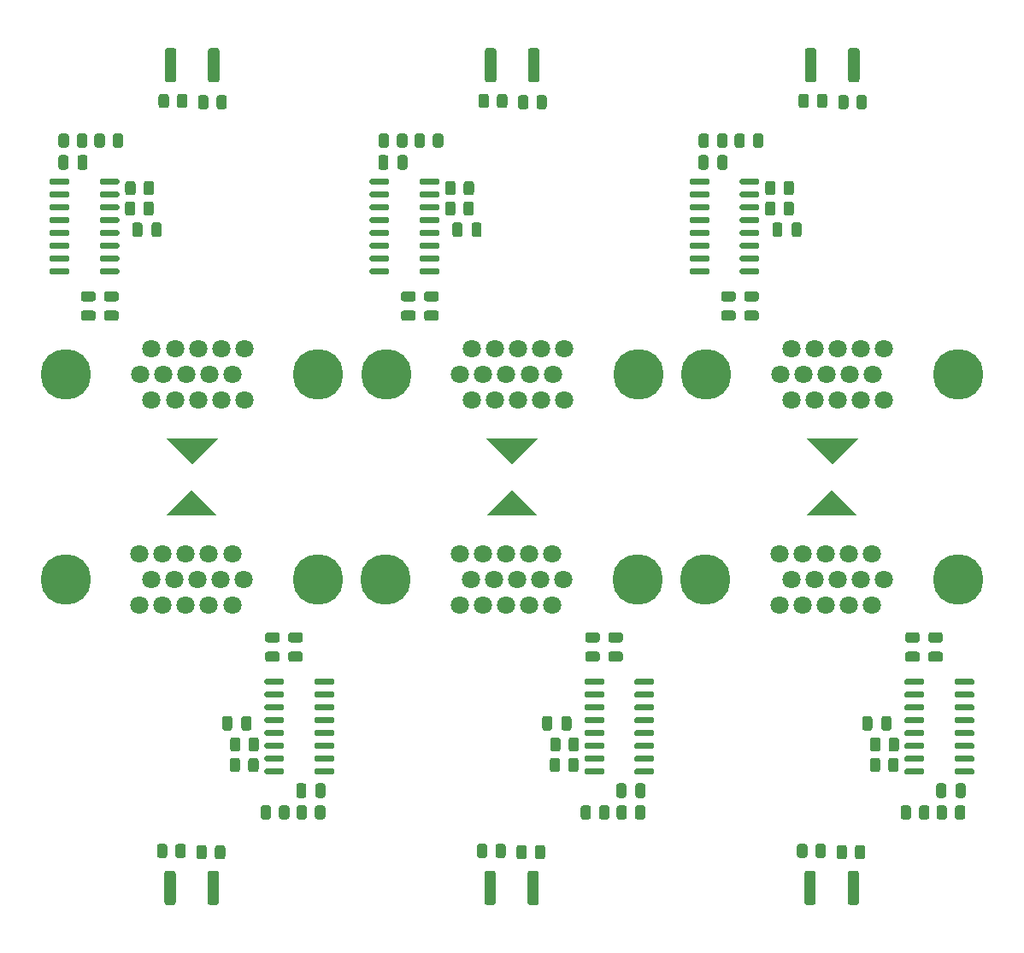
<source format=gbr>
%TF.GenerationSoftware,KiCad,Pcbnew,(5.1.9)-1*%
%TF.CreationDate,2022-04-09T22:54:09+08:00*%
%TF.ProjectId,DB15_Switch_panelize,44423135-5f53-4776-9974-63685f70616e,rev?*%
%TF.SameCoordinates,Original*%
%TF.FileFunction,Paste,Bot*%
%TF.FilePolarity,Positive*%
%FSLAX46Y46*%
G04 Gerber Fmt 4.6, Leading zero omitted, Abs format (unit mm)*
G04 Created by KiCad (PCBNEW (5.1.9)-1) date 2022-04-09 22:54:09*
%MOMM*%
%LPD*%
G01*
G04 APERTURE LIST*
%ADD10C,0.100000*%
%ADD11C,5.000000*%
%ADD12C,1.800000*%
G04 APERTURE END LIST*
D10*
%TO.C,J1*%
G36*
X179684000Y-89310000D02*
G01*
X184764000Y-89310000D01*
X182224000Y-86770000D01*
X179684000Y-89310000D01*
G37*
G36*
X147984000Y-89310000D02*
G01*
X153064000Y-89310000D01*
X150524000Y-86770000D01*
X147984000Y-89310000D01*
G37*
G36*
X116284000Y-89310000D02*
G01*
X121364000Y-89310000D01*
X118824000Y-86770000D01*
X116284000Y-89310000D01*
G37*
G36*
X121416000Y-81690000D02*
G01*
X116336000Y-81690000D01*
X118876000Y-84230000D01*
X121416000Y-81690000D01*
G37*
G36*
X153116000Y-81690000D02*
G01*
X148036000Y-81690000D01*
X150576000Y-84230000D01*
X153116000Y-81690000D01*
G37*
G36*
X184816000Y-81690000D02*
G01*
X179736000Y-81690000D01*
X182276000Y-84230000D01*
X184816000Y-81690000D01*
G37*
%TD*%
%TO.C,C2*%
G36*
G01*
X192585000Y-117090000D02*
X192585000Y-116140000D01*
G75*
G02*
X192835000Y-115890000I250000J0D01*
G01*
X193335000Y-115890000D01*
G75*
G02*
X193585000Y-116140000I0J-250000D01*
G01*
X193585000Y-117090000D01*
G75*
G02*
X193335000Y-117340000I-250000J0D01*
G01*
X192835000Y-117340000D01*
G75*
G02*
X192585000Y-117090000I0J250000D01*
G01*
G37*
G36*
G01*
X194485000Y-117090000D02*
X194485000Y-116140000D01*
G75*
G02*
X194735000Y-115890000I250000J0D01*
G01*
X195235000Y-115890000D01*
G75*
G02*
X195485000Y-116140000I0J-250000D01*
G01*
X195485000Y-117090000D01*
G75*
G02*
X195235000Y-117340000I-250000J0D01*
G01*
X194735000Y-117340000D01*
G75*
G02*
X194485000Y-117090000I0J250000D01*
G01*
G37*
%TD*%
%TO.C,C2*%
G36*
G01*
X160885000Y-117090000D02*
X160885000Y-116140000D01*
G75*
G02*
X161135000Y-115890000I250000J0D01*
G01*
X161635000Y-115890000D01*
G75*
G02*
X161885000Y-116140000I0J-250000D01*
G01*
X161885000Y-117090000D01*
G75*
G02*
X161635000Y-117340000I-250000J0D01*
G01*
X161135000Y-117340000D01*
G75*
G02*
X160885000Y-117090000I0J250000D01*
G01*
G37*
G36*
G01*
X162785000Y-117090000D02*
X162785000Y-116140000D01*
G75*
G02*
X163035000Y-115890000I250000J0D01*
G01*
X163535000Y-115890000D01*
G75*
G02*
X163785000Y-116140000I0J-250000D01*
G01*
X163785000Y-117090000D01*
G75*
G02*
X163535000Y-117340000I-250000J0D01*
G01*
X163035000Y-117340000D01*
G75*
G02*
X162785000Y-117090000I0J250000D01*
G01*
G37*
%TD*%
D11*
%TO.C,J1*%
X169729000Y-95660000D03*
X194719000Y-95660000D03*
D12*
X186231000Y-98200000D03*
X183942000Y-98200000D03*
X181652000Y-98200000D03*
X179362000Y-98200000D03*
X177072000Y-98200000D03*
X187376000Y-95660000D03*
X185086000Y-95660000D03*
X182796000Y-95660000D03*
X180506000Y-95660000D03*
X178217000Y-95660000D03*
X186231000Y-93120000D03*
X183942000Y-93120000D03*
X181652000Y-93120000D03*
X179362000Y-93120000D03*
X177072000Y-93120000D03*
%TD*%
%TO.C,C11*%
G36*
G01*
X192986000Y-101941000D02*
X192036000Y-101941000D01*
G75*
G02*
X191786000Y-101691000I0J250000D01*
G01*
X191786000Y-101191000D01*
G75*
G02*
X192036000Y-100941000I250000J0D01*
G01*
X192986000Y-100941000D01*
G75*
G02*
X193236000Y-101191000I0J-250000D01*
G01*
X193236000Y-101691000D01*
G75*
G02*
X192986000Y-101941000I-250000J0D01*
G01*
G37*
G36*
G01*
X192986000Y-103841000D02*
X192036000Y-103841000D01*
G75*
G02*
X191786000Y-103591000I0J250000D01*
G01*
X191786000Y-103091000D01*
G75*
G02*
X192036000Y-102841000I250000J0D01*
G01*
X192986000Y-102841000D01*
G75*
G02*
X193236000Y-103091000I0J-250000D01*
G01*
X193236000Y-103591000D01*
G75*
G02*
X192986000Y-103841000I-250000J0D01*
G01*
G37*
%TD*%
D11*
%TO.C,J1*%
X138029000Y-95660000D03*
X163019000Y-95660000D03*
D12*
X154531000Y-98200000D03*
X152242000Y-98200000D03*
X149952000Y-98200000D03*
X147662000Y-98200000D03*
X145372000Y-98200000D03*
X155676000Y-95660000D03*
X153386000Y-95660000D03*
X151096000Y-95660000D03*
X148806000Y-95660000D03*
X146517000Y-95660000D03*
X154531000Y-93120000D03*
X152242000Y-93120000D03*
X149952000Y-93120000D03*
X147662000Y-93120000D03*
X145372000Y-93120000D03*
%TD*%
%TO.C,C1*%
G36*
G01*
X186250000Y-109475000D02*
X186250000Y-110425000D01*
G75*
G02*
X186000000Y-110675000I-250000J0D01*
G01*
X185500000Y-110675000D01*
G75*
G02*
X185250000Y-110425000I0J250000D01*
G01*
X185250000Y-109475000D01*
G75*
G02*
X185500000Y-109225000I250000J0D01*
G01*
X186000000Y-109225000D01*
G75*
G02*
X186250000Y-109475000I0J-250000D01*
G01*
G37*
G36*
G01*
X188150000Y-109475000D02*
X188150000Y-110425000D01*
G75*
G02*
X187900000Y-110675000I-250000J0D01*
G01*
X187400000Y-110675000D01*
G75*
G02*
X187150000Y-110425000I0J250000D01*
G01*
X187150000Y-109475000D01*
G75*
G02*
X187400000Y-109225000I250000J0D01*
G01*
X187900000Y-109225000D01*
G75*
G02*
X188150000Y-109475000I0J-250000D01*
G01*
G37*
%TD*%
%TO.C,C1*%
G36*
G01*
X154550000Y-109475000D02*
X154550000Y-110425000D01*
G75*
G02*
X154300000Y-110675000I-250000J0D01*
G01*
X153800000Y-110675000D01*
G75*
G02*
X153550000Y-110425000I0J250000D01*
G01*
X153550000Y-109475000D01*
G75*
G02*
X153800000Y-109225000I250000J0D01*
G01*
X154300000Y-109225000D01*
G75*
G02*
X154550000Y-109475000I0J-250000D01*
G01*
G37*
G36*
G01*
X156450000Y-109475000D02*
X156450000Y-110425000D01*
G75*
G02*
X156200000Y-110675000I-250000J0D01*
G01*
X155700000Y-110675000D01*
G75*
G02*
X155450000Y-110425000I0J250000D01*
G01*
X155450000Y-109475000D01*
G75*
G02*
X155700000Y-109225000I250000J0D01*
G01*
X156200000Y-109225000D01*
G75*
G02*
X156450000Y-109475000I0J-250000D01*
G01*
G37*
%TD*%
%TO.C,R2*%
G36*
G01*
X183729000Y-122260999D02*
X183729000Y-123161001D01*
G75*
G02*
X183479001Y-123411000I-249999J0D01*
G01*
X182953999Y-123411000D01*
G75*
G02*
X182704000Y-123161001I0J249999D01*
G01*
X182704000Y-122260999D01*
G75*
G02*
X182953999Y-122011000I249999J0D01*
G01*
X183479001Y-122011000D01*
G75*
G02*
X183729000Y-122260999I0J-249999D01*
G01*
G37*
G36*
G01*
X185554000Y-122260999D02*
X185554000Y-123161001D01*
G75*
G02*
X185304001Y-123411000I-249999J0D01*
G01*
X184778999Y-123411000D01*
G75*
G02*
X184529000Y-123161001I0J249999D01*
G01*
X184529000Y-122260999D01*
G75*
G02*
X184778999Y-122011000I249999J0D01*
G01*
X185304001Y-122011000D01*
G75*
G02*
X185554000Y-122260999I0J-249999D01*
G01*
G37*
%TD*%
%TO.C,R9*%
G36*
G01*
X187054500Y-111592999D02*
X187054500Y-112493001D01*
G75*
G02*
X186804501Y-112743000I-249999J0D01*
G01*
X186279499Y-112743000D01*
G75*
G02*
X186029500Y-112493001I0J249999D01*
G01*
X186029500Y-111592999D01*
G75*
G02*
X186279499Y-111343000I249999J0D01*
G01*
X186804501Y-111343000D01*
G75*
G02*
X187054500Y-111592999I0J-249999D01*
G01*
G37*
G36*
G01*
X188879500Y-111592999D02*
X188879500Y-112493001D01*
G75*
G02*
X188629501Y-112743000I-249999J0D01*
G01*
X188104499Y-112743000D01*
G75*
G02*
X187854500Y-112493001I0J249999D01*
G01*
X187854500Y-111592999D01*
G75*
G02*
X188104499Y-111343000I249999J0D01*
G01*
X188629501Y-111343000D01*
G75*
G02*
X188879500Y-111592999I0J-249999D01*
G01*
G37*
%TD*%
%TO.C,F1*%
G36*
G01*
X179524000Y-127700001D02*
X179524000Y-124799999D01*
G75*
G02*
X179773999Y-124550000I249999J0D01*
G01*
X180399001Y-124550000D01*
G75*
G02*
X180649000Y-124799999I0J-249999D01*
G01*
X180649000Y-127700001D01*
G75*
G02*
X180399001Y-127950000I-249999J0D01*
G01*
X179773999Y-127950000D01*
G75*
G02*
X179524000Y-127700001I0J249999D01*
G01*
G37*
G36*
G01*
X183799000Y-127700001D02*
X183799000Y-124799999D01*
G75*
G02*
X184048999Y-124550000I249999J0D01*
G01*
X184674001Y-124550000D01*
G75*
G02*
X184924000Y-124799999I0J-249999D01*
G01*
X184924000Y-127700001D01*
G75*
G02*
X184674001Y-127950000I-249999J0D01*
G01*
X184048999Y-127950000D01*
G75*
G02*
X183799000Y-127700001I0J249999D01*
G01*
G37*
%TD*%
%TO.C,F1*%
G36*
G01*
X147824000Y-127700001D02*
X147824000Y-124799999D01*
G75*
G02*
X148073999Y-124550000I249999J0D01*
G01*
X148699001Y-124550000D01*
G75*
G02*
X148949000Y-124799999I0J-249999D01*
G01*
X148949000Y-127700001D01*
G75*
G02*
X148699001Y-127950000I-249999J0D01*
G01*
X148073999Y-127950000D01*
G75*
G02*
X147824000Y-127700001I0J249999D01*
G01*
G37*
G36*
G01*
X152099000Y-127700001D02*
X152099000Y-124799999D01*
G75*
G02*
X152348999Y-124550000I249999J0D01*
G01*
X152974001Y-124550000D01*
G75*
G02*
X153224000Y-124799999I0J-249999D01*
G01*
X153224000Y-127700001D01*
G75*
G02*
X152974001Y-127950000I-249999J0D01*
G01*
X152348999Y-127950000D01*
G75*
G02*
X152099000Y-127700001I0J249999D01*
G01*
G37*
%TD*%
%TO.C,C11*%
G36*
G01*
X161286000Y-101941000D02*
X160336000Y-101941000D01*
G75*
G02*
X160086000Y-101691000I0J250000D01*
G01*
X160086000Y-101191000D01*
G75*
G02*
X160336000Y-100941000I250000J0D01*
G01*
X161286000Y-100941000D01*
G75*
G02*
X161536000Y-101191000I0J-250000D01*
G01*
X161536000Y-101691000D01*
G75*
G02*
X161286000Y-101941000I-250000J0D01*
G01*
G37*
G36*
G01*
X161286000Y-103841000D02*
X160336000Y-103841000D01*
G75*
G02*
X160086000Y-103591000I0J250000D01*
G01*
X160086000Y-103091000D01*
G75*
G02*
X160336000Y-102841000I250000J0D01*
G01*
X161286000Y-102841000D01*
G75*
G02*
X161536000Y-103091000I0J-250000D01*
G01*
X161536000Y-103591000D01*
G75*
G02*
X161286000Y-103841000I-250000J0D01*
G01*
G37*
%TD*%
%TO.C,R8*%
G36*
G01*
X155331000Y-113624999D02*
X155331000Y-114525001D01*
G75*
G02*
X155081001Y-114775000I-249999J0D01*
G01*
X154555999Y-114775000D01*
G75*
G02*
X154306000Y-114525001I0J249999D01*
G01*
X154306000Y-113624999D01*
G75*
G02*
X154555999Y-113375000I249999J0D01*
G01*
X155081001Y-113375000D01*
G75*
G02*
X155331000Y-113624999I0J-249999D01*
G01*
G37*
G36*
G01*
X157156000Y-113624999D02*
X157156000Y-114525001D01*
G75*
G02*
X156906001Y-114775000I-249999J0D01*
G01*
X156380999Y-114775000D01*
G75*
G02*
X156131000Y-114525001I0J249999D01*
G01*
X156131000Y-113624999D01*
G75*
G02*
X156380999Y-113375000I249999J0D01*
G01*
X156906001Y-113375000D01*
G75*
G02*
X157156000Y-113624999I0J-249999D01*
G01*
G37*
%TD*%
%TO.C,R8*%
G36*
G01*
X187031000Y-113624999D02*
X187031000Y-114525001D01*
G75*
G02*
X186781001Y-114775000I-249999J0D01*
G01*
X186255999Y-114775000D01*
G75*
G02*
X186006000Y-114525001I0J249999D01*
G01*
X186006000Y-113624999D01*
G75*
G02*
X186255999Y-113375000I249999J0D01*
G01*
X186781001Y-113375000D01*
G75*
G02*
X187031000Y-113624999I0J-249999D01*
G01*
G37*
G36*
G01*
X188856000Y-113624999D02*
X188856000Y-114525001D01*
G75*
G02*
X188606001Y-114775000I-249999J0D01*
G01*
X188080999Y-114775000D01*
G75*
G02*
X187831000Y-114525001I0J249999D01*
G01*
X187831000Y-113624999D01*
G75*
G02*
X188080999Y-113375000I249999J0D01*
G01*
X188606001Y-113375000D01*
G75*
G02*
X188856000Y-113624999I0J-249999D01*
G01*
G37*
%TD*%
%TO.C,R9*%
G36*
G01*
X155354500Y-111592999D02*
X155354500Y-112493001D01*
G75*
G02*
X155104501Y-112743000I-249999J0D01*
G01*
X154579499Y-112743000D01*
G75*
G02*
X154329500Y-112493001I0J249999D01*
G01*
X154329500Y-111592999D01*
G75*
G02*
X154579499Y-111343000I249999J0D01*
G01*
X155104501Y-111343000D01*
G75*
G02*
X155354500Y-111592999I0J-249999D01*
G01*
G37*
G36*
G01*
X157179500Y-111592999D02*
X157179500Y-112493001D01*
G75*
G02*
X156929501Y-112743000I-249999J0D01*
G01*
X156404499Y-112743000D01*
G75*
G02*
X156154500Y-112493001I0J249999D01*
G01*
X156154500Y-111592999D01*
G75*
G02*
X156404499Y-111343000I249999J0D01*
G01*
X156929501Y-111343000D01*
G75*
G02*
X157179500Y-111592999I0J-249999D01*
G01*
G37*
%TD*%
%TO.C,C2*%
G36*
G01*
X131085000Y-117090000D02*
X131085000Y-116140000D01*
G75*
G02*
X131335000Y-115890000I250000J0D01*
G01*
X131835000Y-115890000D01*
G75*
G02*
X132085000Y-116140000I0J-250000D01*
G01*
X132085000Y-117090000D01*
G75*
G02*
X131835000Y-117340000I-250000J0D01*
G01*
X131335000Y-117340000D01*
G75*
G02*
X131085000Y-117090000I0J250000D01*
G01*
G37*
G36*
G01*
X129185000Y-117090000D02*
X129185000Y-116140000D01*
G75*
G02*
X129435000Y-115890000I250000J0D01*
G01*
X129935000Y-115890000D01*
G75*
G02*
X130185000Y-116140000I0J-250000D01*
G01*
X130185000Y-117090000D01*
G75*
G02*
X129935000Y-117340000I-250000J0D01*
G01*
X129435000Y-117340000D01*
G75*
G02*
X129185000Y-117090000I0J250000D01*
G01*
G37*
%TD*%
%TO.C,R2*%
G36*
G01*
X152029000Y-122260999D02*
X152029000Y-123161001D01*
G75*
G02*
X151779001Y-123411000I-249999J0D01*
G01*
X151253999Y-123411000D01*
G75*
G02*
X151004000Y-123161001I0J249999D01*
G01*
X151004000Y-122260999D01*
G75*
G02*
X151253999Y-122011000I249999J0D01*
G01*
X151779001Y-122011000D01*
G75*
G02*
X152029000Y-122260999I0J-249999D01*
G01*
G37*
G36*
G01*
X153854000Y-122260999D02*
X153854000Y-123161001D01*
G75*
G02*
X153604001Y-123411000I-249999J0D01*
G01*
X153078999Y-123411000D01*
G75*
G02*
X152829000Y-123161001I0J249999D01*
G01*
X152829000Y-122260999D01*
G75*
G02*
X153078999Y-122011000I249999J0D01*
G01*
X153604001Y-122011000D01*
G75*
G02*
X153854000Y-122260999I0J-249999D01*
G01*
G37*
%TD*%
%TO.C,J1*%
X113672000Y-93120000D03*
X115962000Y-93120000D03*
X118252000Y-93120000D03*
X120542000Y-93120000D03*
X122831000Y-93120000D03*
X114817000Y-95660000D03*
X117106000Y-95660000D03*
X119396000Y-95660000D03*
X121686000Y-95660000D03*
X123976000Y-95660000D03*
X113672000Y-98200000D03*
X115962000Y-98200000D03*
X118252000Y-98200000D03*
X120542000Y-98200000D03*
X122831000Y-98200000D03*
D11*
X131319000Y-95660000D03*
X106329000Y-95660000D03*
%TD*%
%TO.C,C1*%
G36*
G01*
X124750000Y-109475000D02*
X124750000Y-110425000D01*
G75*
G02*
X124500000Y-110675000I-250000J0D01*
G01*
X124000000Y-110675000D01*
G75*
G02*
X123750000Y-110425000I0J250000D01*
G01*
X123750000Y-109475000D01*
G75*
G02*
X124000000Y-109225000I250000J0D01*
G01*
X124500000Y-109225000D01*
G75*
G02*
X124750000Y-109475000I0J-250000D01*
G01*
G37*
G36*
G01*
X122850000Y-109475000D02*
X122850000Y-110425000D01*
G75*
G02*
X122600000Y-110675000I-250000J0D01*
G01*
X122100000Y-110675000D01*
G75*
G02*
X121850000Y-110425000I0J250000D01*
G01*
X121850000Y-109475000D01*
G75*
G02*
X122100000Y-109225000I250000J0D01*
G01*
X122600000Y-109225000D01*
G75*
G02*
X122850000Y-109475000I0J-250000D01*
G01*
G37*
%TD*%
%TO.C,R8*%
G36*
G01*
X125456000Y-113624999D02*
X125456000Y-114525001D01*
G75*
G02*
X125206001Y-114775000I-249999J0D01*
G01*
X124680999Y-114775000D01*
G75*
G02*
X124431000Y-114525001I0J249999D01*
G01*
X124431000Y-113624999D01*
G75*
G02*
X124680999Y-113375000I249999J0D01*
G01*
X125206001Y-113375000D01*
G75*
G02*
X125456000Y-113624999I0J-249999D01*
G01*
G37*
G36*
G01*
X123631000Y-113624999D02*
X123631000Y-114525001D01*
G75*
G02*
X123381001Y-114775000I-249999J0D01*
G01*
X122855999Y-114775000D01*
G75*
G02*
X122606000Y-114525001I0J249999D01*
G01*
X122606000Y-113624999D01*
G75*
G02*
X122855999Y-113375000I249999J0D01*
G01*
X123381001Y-113375000D01*
G75*
G02*
X123631000Y-113624999I0J-249999D01*
G01*
G37*
%TD*%
%TO.C,R9*%
G36*
G01*
X125479500Y-111592999D02*
X125479500Y-112493001D01*
G75*
G02*
X125229501Y-112743000I-249999J0D01*
G01*
X124704499Y-112743000D01*
G75*
G02*
X124454500Y-112493001I0J249999D01*
G01*
X124454500Y-111592999D01*
G75*
G02*
X124704499Y-111343000I249999J0D01*
G01*
X125229501Y-111343000D01*
G75*
G02*
X125479500Y-111592999I0J-249999D01*
G01*
G37*
G36*
G01*
X123654500Y-111592999D02*
X123654500Y-112493001D01*
G75*
G02*
X123404501Y-112743000I-249999J0D01*
G01*
X122879499Y-112743000D01*
G75*
G02*
X122629500Y-112493001I0J249999D01*
G01*
X122629500Y-111592999D01*
G75*
G02*
X122879499Y-111343000I249999J0D01*
G01*
X123404501Y-111343000D01*
G75*
G02*
X123654500Y-111592999I0J-249999D01*
G01*
G37*
%TD*%
%TO.C,C11*%
G36*
G01*
X129586000Y-103841000D02*
X128636000Y-103841000D01*
G75*
G02*
X128386000Y-103591000I0J250000D01*
G01*
X128386000Y-103091000D01*
G75*
G02*
X128636000Y-102841000I250000J0D01*
G01*
X129586000Y-102841000D01*
G75*
G02*
X129836000Y-103091000I0J-250000D01*
G01*
X129836000Y-103591000D01*
G75*
G02*
X129586000Y-103841000I-250000J0D01*
G01*
G37*
G36*
G01*
X129586000Y-101941000D02*
X128636000Y-101941000D01*
G75*
G02*
X128386000Y-101691000I0J250000D01*
G01*
X128386000Y-101191000D01*
G75*
G02*
X128636000Y-100941000I250000J0D01*
G01*
X129586000Y-100941000D01*
G75*
G02*
X129836000Y-101191000I0J-250000D01*
G01*
X129836000Y-101691000D01*
G75*
G02*
X129586000Y-101941000I-250000J0D01*
G01*
G37*
%TD*%
%TO.C,F1*%
G36*
G01*
X120399000Y-127700001D02*
X120399000Y-124799999D01*
G75*
G02*
X120648999Y-124550000I249999J0D01*
G01*
X121274001Y-124550000D01*
G75*
G02*
X121524000Y-124799999I0J-249999D01*
G01*
X121524000Y-127700001D01*
G75*
G02*
X121274001Y-127950000I-249999J0D01*
G01*
X120648999Y-127950000D01*
G75*
G02*
X120399000Y-127700001I0J249999D01*
G01*
G37*
G36*
G01*
X116124000Y-127700001D02*
X116124000Y-124799999D01*
G75*
G02*
X116373999Y-124550000I249999J0D01*
G01*
X116999001Y-124550000D01*
G75*
G02*
X117249000Y-124799999I0J-249999D01*
G01*
X117249000Y-127700001D01*
G75*
G02*
X116999001Y-127950000I-249999J0D01*
G01*
X116373999Y-127950000D01*
G75*
G02*
X116124000Y-127700001I0J249999D01*
G01*
G37*
%TD*%
%TO.C,R2*%
G36*
G01*
X122154000Y-122260999D02*
X122154000Y-123161001D01*
G75*
G02*
X121904001Y-123411000I-249999J0D01*
G01*
X121378999Y-123411000D01*
G75*
G02*
X121129000Y-123161001I0J249999D01*
G01*
X121129000Y-122260999D01*
G75*
G02*
X121378999Y-122011000I249999J0D01*
G01*
X121904001Y-122011000D01*
G75*
G02*
X122154000Y-122260999I0J-249999D01*
G01*
G37*
G36*
G01*
X120329000Y-122260999D02*
X120329000Y-123161001D01*
G75*
G02*
X120079001Y-123411000I-249999J0D01*
G01*
X119553999Y-123411000D01*
G75*
G02*
X119304000Y-123161001I0J249999D01*
G01*
X119304000Y-122260999D01*
G75*
G02*
X119553999Y-122011000I249999J0D01*
G01*
X120079001Y-122011000D01*
G75*
G02*
X120329000Y-122260999I0J-249999D01*
G01*
G37*
%TD*%
%TO.C,R1*%
G36*
G01*
X118240500Y-122133999D02*
X118240500Y-123034001D01*
G75*
G02*
X117990501Y-123284000I-249999J0D01*
G01*
X117465499Y-123284000D01*
G75*
G02*
X117215500Y-123034001I0J249999D01*
G01*
X117215500Y-122133999D01*
G75*
G02*
X117465499Y-121884000I249999J0D01*
G01*
X117990501Y-121884000D01*
G75*
G02*
X118240500Y-122133999I0J-249999D01*
G01*
G37*
G36*
G01*
X116415500Y-122133999D02*
X116415500Y-123034001D01*
G75*
G02*
X116165501Y-123284000I-249999J0D01*
G01*
X115640499Y-123284000D01*
G75*
G02*
X115390500Y-123034001I0J249999D01*
G01*
X115390500Y-122133999D01*
G75*
G02*
X115640499Y-121884000I249999J0D01*
G01*
X116165501Y-121884000D01*
G75*
G02*
X116415500Y-122133999I0J-249999D01*
G01*
G37*
%TD*%
%TO.C,R3*%
G36*
G01*
X125654000Y-119224001D02*
X125654000Y-118323999D01*
G75*
G02*
X125903999Y-118074000I249999J0D01*
G01*
X126429001Y-118074000D01*
G75*
G02*
X126679000Y-118323999I0J-249999D01*
G01*
X126679000Y-119224001D01*
G75*
G02*
X126429001Y-119474000I-249999J0D01*
G01*
X125903999Y-119474000D01*
G75*
G02*
X125654000Y-119224001I0J249999D01*
G01*
G37*
G36*
G01*
X127479000Y-119224001D02*
X127479000Y-118323999D01*
G75*
G02*
X127728999Y-118074000I249999J0D01*
G01*
X128254001Y-118074000D01*
G75*
G02*
X128504000Y-118323999I0J-249999D01*
G01*
X128504000Y-119224001D01*
G75*
G02*
X128254001Y-119474000I-249999J0D01*
G01*
X127728999Y-119474000D01*
G75*
G02*
X127479000Y-119224001I0J249999D01*
G01*
G37*
%TD*%
%TO.C,R4*%
G36*
G01*
X132060000Y-118323999D02*
X132060000Y-119224001D01*
G75*
G02*
X131810001Y-119474000I-249999J0D01*
G01*
X131284999Y-119474000D01*
G75*
G02*
X131035000Y-119224001I0J249999D01*
G01*
X131035000Y-118323999D01*
G75*
G02*
X131284999Y-118074000I249999J0D01*
G01*
X131810001Y-118074000D01*
G75*
G02*
X132060000Y-118323999I0J-249999D01*
G01*
G37*
G36*
G01*
X130235000Y-118323999D02*
X130235000Y-119224001D01*
G75*
G02*
X129985001Y-119474000I-249999J0D01*
G01*
X129459999Y-119474000D01*
G75*
G02*
X129210000Y-119224001I0J249999D01*
G01*
X129210000Y-118323999D01*
G75*
G02*
X129459999Y-118074000I249999J0D01*
G01*
X129985001Y-118074000D01*
G75*
G02*
X130235000Y-118323999I0J-249999D01*
G01*
G37*
%TD*%
%TO.C,U1*%
G36*
G01*
X130992000Y-114860000D02*
X130992000Y-114560000D01*
G75*
G02*
X131142000Y-114410000I150000J0D01*
G01*
X132792000Y-114410000D01*
G75*
G02*
X132942000Y-114560000I0J-150000D01*
G01*
X132942000Y-114860000D01*
G75*
G02*
X132792000Y-115010000I-150000J0D01*
G01*
X131142000Y-115010000D01*
G75*
G02*
X130992000Y-114860000I0J150000D01*
G01*
G37*
G36*
G01*
X130992000Y-113590000D02*
X130992000Y-113290000D01*
G75*
G02*
X131142000Y-113140000I150000J0D01*
G01*
X132792000Y-113140000D01*
G75*
G02*
X132942000Y-113290000I0J-150000D01*
G01*
X132942000Y-113590000D01*
G75*
G02*
X132792000Y-113740000I-150000J0D01*
G01*
X131142000Y-113740000D01*
G75*
G02*
X130992000Y-113590000I0J150000D01*
G01*
G37*
G36*
G01*
X130992000Y-112320000D02*
X130992000Y-112020000D01*
G75*
G02*
X131142000Y-111870000I150000J0D01*
G01*
X132792000Y-111870000D01*
G75*
G02*
X132942000Y-112020000I0J-150000D01*
G01*
X132942000Y-112320000D01*
G75*
G02*
X132792000Y-112470000I-150000J0D01*
G01*
X131142000Y-112470000D01*
G75*
G02*
X130992000Y-112320000I0J150000D01*
G01*
G37*
G36*
G01*
X130992000Y-111050000D02*
X130992000Y-110750000D01*
G75*
G02*
X131142000Y-110600000I150000J0D01*
G01*
X132792000Y-110600000D01*
G75*
G02*
X132942000Y-110750000I0J-150000D01*
G01*
X132942000Y-111050000D01*
G75*
G02*
X132792000Y-111200000I-150000J0D01*
G01*
X131142000Y-111200000D01*
G75*
G02*
X130992000Y-111050000I0J150000D01*
G01*
G37*
G36*
G01*
X130992000Y-109780000D02*
X130992000Y-109480000D01*
G75*
G02*
X131142000Y-109330000I150000J0D01*
G01*
X132792000Y-109330000D01*
G75*
G02*
X132942000Y-109480000I0J-150000D01*
G01*
X132942000Y-109780000D01*
G75*
G02*
X132792000Y-109930000I-150000J0D01*
G01*
X131142000Y-109930000D01*
G75*
G02*
X130992000Y-109780000I0J150000D01*
G01*
G37*
G36*
G01*
X130992000Y-108510000D02*
X130992000Y-108210000D01*
G75*
G02*
X131142000Y-108060000I150000J0D01*
G01*
X132792000Y-108060000D01*
G75*
G02*
X132942000Y-108210000I0J-150000D01*
G01*
X132942000Y-108510000D01*
G75*
G02*
X132792000Y-108660000I-150000J0D01*
G01*
X131142000Y-108660000D01*
G75*
G02*
X130992000Y-108510000I0J150000D01*
G01*
G37*
G36*
G01*
X130992000Y-107240000D02*
X130992000Y-106940000D01*
G75*
G02*
X131142000Y-106790000I150000J0D01*
G01*
X132792000Y-106790000D01*
G75*
G02*
X132942000Y-106940000I0J-150000D01*
G01*
X132942000Y-107240000D01*
G75*
G02*
X132792000Y-107390000I-150000J0D01*
G01*
X131142000Y-107390000D01*
G75*
G02*
X130992000Y-107240000I0J150000D01*
G01*
G37*
G36*
G01*
X130992000Y-105970000D02*
X130992000Y-105670000D01*
G75*
G02*
X131142000Y-105520000I150000J0D01*
G01*
X132792000Y-105520000D01*
G75*
G02*
X132942000Y-105670000I0J-150000D01*
G01*
X132942000Y-105970000D01*
G75*
G02*
X132792000Y-106120000I-150000J0D01*
G01*
X131142000Y-106120000D01*
G75*
G02*
X130992000Y-105970000I0J150000D01*
G01*
G37*
G36*
G01*
X126042000Y-105970000D02*
X126042000Y-105670000D01*
G75*
G02*
X126192000Y-105520000I150000J0D01*
G01*
X127842000Y-105520000D01*
G75*
G02*
X127992000Y-105670000I0J-150000D01*
G01*
X127992000Y-105970000D01*
G75*
G02*
X127842000Y-106120000I-150000J0D01*
G01*
X126192000Y-106120000D01*
G75*
G02*
X126042000Y-105970000I0J150000D01*
G01*
G37*
G36*
G01*
X126042000Y-107240000D02*
X126042000Y-106940000D01*
G75*
G02*
X126192000Y-106790000I150000J0D01*
G01*
X127842000Y-106790000D01*
G75*
G02*
X127992000Y-106940000I0J-150000D01*
G01*
X127992000Y-107240000D01*
G75*
G02*
X127842000Y-107390000I-150000J0D01*
G01*
X126192000Y-107390000D01*
G75*
G02*
X126042000Y-107240000I0J150000D01*
G01*
G37*
G36*
G01*
X126042000Y-108510000D02*
X126042000Y-108210000D01*
G75*
G02*
X126192000Y-108060000I150000J0D01*
G01*
X127842000Y-108060000D01*
G75*
G02*
X127992000Y-108210000I0J-150000D01*
G01*
X127992000Y-108510000D01*
G75*
G02*
X127842000Y-108660000I-150000J0D01*
G01*
X126192000Y-108660000D01*
G75*
G02*
X126042000Y-108510000I0J150000D01*
G01*
G37*
G36*
G01*
X126042000Y-109780000D02*
X126042000Y-109480000D01*
G75*
G02*
X126192000Y-109330000I150000J0D01*
G01*
X127842000Y-109330000D01*
G75*
G02*
X127992000Y-109480000I0J-150000D01*
G01*
X127992000Y-109780000D01*
G75*
G02*
X127842000Y-109930000I-150000J0D01*
G01*
X126192000Y-109930000D01*
G75*
G02*
X126042000Y-109780000I0J150000D01*
G01*
G37*
G36*
G01*
X126042000Y-111050000D02*
X126042000Y-110750000D01*
G75*
G02*
X126192000Y-110600000I150000J0D01*
G01*
X127842000Y-110600000D01*
G75*
G02*
X127992000Y-110750000I0J-150000D01*
G01*
X127992000Y-111050000D01*
G75*
G02*
X127842000Y-111200000I-150000J0D01*
G01*
X126192000Y-111200000D01*
G75*
G02*
X126042000Y-111050000I0J150000D01*
G01*
G37*
G36*
G01*
X126042000Y-112320000D02*
X126042000Y-112020000D01*
G75*
G02*
X126192000Y-111870000I150000J0D01*
G01*
X127842000Y-111870000D01*
G75*
G02*
X127992000Y-112020000I0J-150000D01*
G01*
X127992000Y-112320000D01*
G75*
G02*
X127842000Y-112470000I-150000J0D01*
G01*
X126192000Y-112470000D01*
G75*
G02*
X126042000Y-112320000I0J150000D01*
G01*
G37*
G36*
G01*
X126042000Y-113590000D02*
X126042000Y-113290000D01*
G75*
G02*
X126192000Y-113140000I150000J0D01*
G01*
X127842000Y-113140000D01*
G75*
G02*
X127992000Y-113290000I0J-150000D01*
G01*
X127992000Y-113590000D01*
G75*
G02*
X127842000Y-113740000I-150000J0D01*
G01*
X126192000Y-113740000D01*
G75*
G02*
X126042000Y-113590000I0J150000D01*
G01*
G37*
G36*
G01*
X126042000Y-114860000D02*
X126042000Y-114560000D01*
G75*
G02*
X126192000Y-114410000I150000J0D01*
G01*
X127842000Y-114410000D01*
G75*
G02*
X127992000Y-114560000I0J-150000D01*
G01*
X127992000Y-114860000D01*
G75*
G02*
X127842000Y-115010000I-150000J0D01*
G01*
X126192000Y-115010000D01*
G75*
G02*
X126042000Y-114860000I0J150000D01*
G01*
G37*
%TD*%
%TO.C,C12*%
G36*
G01*
X126350000Y-100941000D02*
X127300000Y-100941000D01*
G75*
G02*
X127550000Y-101191000I0J-250000D01*
G01*
X127550000Y-101691000D01*
G75*
G02*
X127300000Y-101941000I-250000J0D01*
G01*
X126350000Y-101941000D01*
G75*
G02*
X126100000Y-101691000I0J250000D01*
G01*
X126100000Y-101191000D01*
G75*
G02*
X126350000Y-100941000I250000J0D01*
G01*
G37*
G36*
G01*
X126350000Y-102841000D02*
X127300000Y-102841000D01*
G75*
G02*
X127550000Y-103091000I0J-250000D01*
G01*
X127550000Y-103591000D01*
G75*
G02*
X127300000Y-103841000I-250000J0D01*
G01*
X126350000Y-103841000D01*
G75*
G02*
X126100000Y-103591000I0J250000D01*
G01*
X126100000Y-103091000D01*
G75*
G02*
X126350000Y-102841000I250000J0D01*
G01*
G37*
%TD*%
%TO.C,R4*%
G36*
G01*
X193635000Y-118323999D02*
X193635000Y-119224001D01*
G75*
G02*
X193385001Y-119474000I-249999J0D01*
G01*
X192859999Y-119474000D01*
G75*
G02*
X192610000Y-119224001I0J249999D01*
G01*
X192610000Y-118323999D01*
G75*
G02*
X192859999Y-118074000I249999J0D01*
G01*
X193385001Y-118074000D01*
G75*
G02*
X193635000Y-118323999I0J-249999D01*
G01*
G37*
G36*
G01*
X195460000Y-118323999D02*
X195460000Y-119224001D01*
G75*
G02*
X195210001Y-119474000I-249999J0D01*
G01*
X194684999Y-119474000D01*
G75*
G02*
X194435000Y-119224001I0J249999D01*
G01*
X194435000Y-118323999D01*
G75*
G02*
X194684999Y-118074000I249999J0D01*
G01*
X195210001Y-118074000D01*
G75*
G02*
X195460000Y-118323999I0J-249999D01*
G01*
G37*
%TD*%
%TO.C,R4*%
G36*
G01*
X161935000Y-118323999D02*
X161935000Y-119224001D01*
G75*
G02*
X161685001Y-119474000I-249999J0D01*
G01*
X161159999Y-119474000D01*
G75*
G02*
X160910000Y-119224001I0J249999D01*
G01*
X160910000Y-118323999D01*
G75*
G02*
X161159999Y-118074000I249999J0D01*
G01*
X161685001Y-118074000D01*
G75*
G02*
X161935000Y-118323999I0J-249999D01*
G01*
G37*
G36*
G01*
X163760000Y-118323999D02*
X163760000Y-119224001D01*
G75*
G02*
X163510001Y-119474000I-249999J0D01*
G01*
X162984999Y-119474000D01*
G75*
G02*
X162735000Y-119224001I0J249999D01*
G01*
X162735000Y-118323999D01*
G75*
G02*
X162984999Y-118074000I249999J0D01*
G01*
X163510001Y-118074000D01*
G75*
G02*
X163760000Y-118323999I0J-249999D01*
G01*
G37*
%TD*%
%TO.C,R1*%
G36*
G01*
X148115500Y-122133999D02*
X148115500Y-123034001D01*
G75*
G02*
X147865501Y-123284000I-249999J0D01*
G01*
X147340499Y-123284000D01*
G75*
G02*
X147090500Y-123034001I0J249999D01*
G01*
X147090500Y-122133999D01*
G75*
G02*
X147340499Y-121884000I249999J0D01*
G01*
X147865501Y-121884000D01*
G75*
G02*
X148115500Y-122133999I0J-249999D01*
G01*
G37*
G36*
G01*
X149940500Y-122133999D02*
X149940500Y-123034001D01*
G75*
G02*
X149690501Y-123284000I-249999J0D01*
G01*
X149165499Y-123284000D01*
G75*
G02*
X148915500Y-123034001I0J249999D01*
G01*
X148915500Y-122133999D01*
G75*
G02*
X149165499Y-121884000I249999J0D01*
G01*
X149690501Y-121884000D01*
G75*
G02*
X149940500Y-122133999I0J-249999D01*
G01*
G37*
%TD*%
%TO.C,C12*%
G36*
G01*
X189750000Y-102841000D02*
X190700000Y-102841000D01*
G75*
G02*
X190950000Y-103091000I0J-250000D01*
G01*
X190950000Y-103591000D01*
G75*
G02*
X190700000Y-103841000I-250000J0D01*
G01*
X189750000Y-103841000D01*
G75*
G02*
X189500000Y-103591000I0J250000D01*
G01*
X189500000Y-103091000D01*
G75*
G02*
X189750000Y-102841000I250000J0D01*
G01*
G37*
G36*
G01*
X189750000Y-100941000D02*
X190700000Y-100941000D01*
G75*
G02*
X190950000Y-101191000I0J-250000D01*
G01*
X190950000Y-101691000D01*
G75*
G02*
X190700000Y-101941000I-250000J0D01*
G01*
X189750000Y-101941000D01*
G75*
G02*
X189500000Y-101691000I0J250000D01*
G01*
X189500000Y-101191000D01*
G75*
G02*
X189750000Y-100941000I250000J0D01*
G01*
G37*
%TD*%
%TO.C,R1*%
G36*
G01*
X179815500Y-122133999D02*
X179815500Y-123034001D01*
G75*
G02*
X179565501Y-123284000I-249999J0D01*
G01*
X179040499Y-123284000D01*
G75*
G02*
X178790500Y-123034001I0J249999D01*
G01*
X178790500Y-122133999D01*
G75*
G02*
X179040499Y-121884000I249999J0D01*
G01*
X179565501Y-121884000D01*
G75*
G02*
X179815500Y-122133999I0J-249999D01*
G01*
G37*
G36*
G01*
X181640500Y-122133999D02*
X181640500Y-123034001D01*
G75*
G02*
X181390501Y-123284000I-249999J0D01*
G01*
X180865499Y-123284000D01*
G75*
G02*
X180615500Y-123034001I0J249999D01*
G01*
X180615500Y-122133999D01*
G75*
G02*
X180865499Y-121884000I249999J0D01*
G01*
X181390501Y-121884000D01*
G75*
G02*
X181640500Y-122133999I0J-249999D01*
G01*
G37*
%TD*%
%TO.C,R3*%
G36*
G01*
X190879000Y-119224001D02*
X190879000Y-118323999D01*
G75*
G02*
X191128999Y-118074000I249999J0D01*
G01*
X191654001Y-118074000D01*
G75*
G02*
X191904000Y-118323999I0J-249999D01*
G01*
X191904000Y-119224001D01*
G75*
G02*
X191654001Y-119474000I-249999J0D01*
G01*
X191128999Y-119474000D01*
G75*
G02*
X190879000Y-119224001I0J249999D01*
G01*
G37*
G36*
G01*
X189054000Y-119224001D02*
X189054000Y-118323999D01*
G75*
G02*
X189303999Y-118074000I249999J0D01*
G01*
X189829001Y-118074000D01*
G75*
G02*
X190079000Y-118323999I0J-249999D01*
G01*
X190079000Y-119224001D01*
G75*
G02*
X189829001Y-119474000I-249999J0D01*
G01*
X189303999Y-119474000D01*
G75*
G02*
X189054000Y-119224001I0J249999D01*
G01*
G37*
%TD*%
%TO.C,U1*%
G36*
G01*
X189442000Y-114860000D02*
X189442000Y-114560000D01*
G75*
G02*
X189592000Y-114410000I150000J0D01*
G01*
X191242000Y-114410000D01*
G75*
G02*
X191392000Y-114560000I0J-150000D01*
G01*
X191392000Y-114860000D01*
G75*
G02*
X191242000Y-115010000I-150000J0D01*
G01*
X189592000Y-115010000D01*
G75*
G02*
X189442000Y-114860000I0J150000D01*
G01*
G37*
G36*
G01*
X189442000Y-113590000D02*
X189442000Y-113290000D01*
G75*
G02*
X189592000Y-113140000I150000J0D01*
G01*
X191242000Y-113140000D01*
G75*
G02*
X191392000Y-113290000I0J-150000D01*
G01*
X191392000Y-113590000D01*
G75*
G02*
X191242000Y-113740000I-150000J0D01*
G01*
X189592000Y-113740000D01*
G75*
G02*
X189442000Y-113590000I0J150000D01*
G01*
G37*
G36*
G01*
X189442000Y-112320000D02*
X189442000Y-112020000D01*
G75*
G02*
X189592000Y-111870000I150000J0D01*
G01*
X191242000Y-111870000D01*
G75*
G02*
X191392000Y-112020000I0J-150000D01*
G01*
X191392000Y-112320000D01*
G75*
G02*
X191242000Y-112470000I-150000J0D01*
G01*
X189592000Y-112470000D01*
G75*
G02*
X189442000Y-112320000I0J150000D01*
G01*
G37*
G36*
G01*
X189442000Y-111050000D02*
X189442000Y-110750000D01*
G75*
G02*
X189592000Y-110600000I150000J0D01*
G01*
X191242000Y-110600000D01*
G75*
G02*
X191392000Y-110750000I0J-150000D01*
G01*
X191392000Y-111050000D01*
G75*
G02*
X191242000Y-111200000I-150000J0D01*
G01*
X189592000Y-111200000D01*
G75*
G02*
X189442000Y-111050000I0J150000D01*
G01*
G37*
G36*
G01*
X189442000Y-109780000D02*
X189442000Y-109480000D01*
G75*
G02*
X189592000Y-109330000I150000J0D01*
G01*
X191242000Y-109330000D01*
G75*
G02*
X191392000Y-109480000I0J-150000D01*
G01*
X191392000Y-109780000D01*
G75*
G02*
X191242000Y-109930000I-150000J0D01*
G01*
X189592000Y-109930000D01*
G75*
G02*
X189442000Y-109780000I0J150000D01*
G01*
G37*
G36*
G01*
X189442000Y-108510000D02*
X189442000Y-108210000D01*
G75*
G02*
X189592000Y-108060000I150000J0D01*
G01*
X191242000Y-108060000D01*
G75*
G02*
X191392000Y-108210000I0J-150000D01*
G01*
X191392000Y-108510000D01*
G75*
G02*
X191242000Y-108660000I-150000J0D01*
G01*
X189592000Y-108660000D01*
G75*
G02*
X189442000Y-108510000I0J150000D01*
G01*
G37*
G36*
G01*
X189442000Y-107240000D02*
X189442000Y-106940000D01*
G75*
G02*
X189592000Y-106790000I150000J0D01*
G01*
X191242000Y-106790000D01*
G75*
G02*
X191392000Y-106940000I0J-150000D01*
G01*
X191392000Y-107240000D01*
G75*
G02*
X191242000Y-107390000I-150000J0D01*
G01*
X189592000Y-107390000D01*
G75*
G02*
X189442000Y-107240000I0J150000D01*
G01*
G37*
G36*
G01*
X189442000Y-105970000D02*
X189442000Y-105670000D01*
G75*
G02*
X189592000Y-105520000I150000J0D01*
G01*
X191242000Y-105520000D01*
G75*
G02*
X191392000Y-105670000I0J-150000D01*
G01*
X191392000Y-105970000D01*
G75*
G02*
X191242000Y-106120000I-150000J0D01*
G01*
X189592000Y-106120000D01*
G75*
G02*
X189442000Y-105970000I0J150000D01*
G01*
G37*
G36*
G01*
X194392000Y-105970000D02*
X194392000Y-105670000D01*
G75*
G02*
X194542000Y-105520000I150000J0D01*
G01*
X196192000Y-105520000D01*
G75*
G02*
X196342000Y-105670000I0J-150000D01*
G01*
X196342000Y-105970000D01*
G75*
G02*
X196192000Y-106120000I-150000J0D01*
G01*
X194542000Y-106120000D01*
G75*
G02*
X194392000Y-105970000I0J150000D01*
G01*
G37*
G36*
G01*
X194392000Y-107240000D02*
X194392000Y-106940000D01*
G75*
G02*
X194542000Y-106790000I150000J0D01*
G01*
X196192000Y-106790000D01*
G75*
G02*
X196342000Y-106940000I0J-150000D01*
G01*
X196342000Y-107240000D01*
G75*
G02*
X196192000Y-107390000I-150000J0D01*
G01*
X194542000Y-107390000D01*
G75*
G02*
X194392000Y-107240000I0J150000D01*
G01*
G37*
G36*
G01*
X194392000Y-108510000D02*
X194392000Y-108210000D01*
G75*
G02*
X194542000Y-108060000I150000J0D01*
G01*
X196192000Y-108060000D01*
G75*
G02*
X196342000Y-108210000I0J-150000D01*
G01*
X196342000Y-108510000D01*
G75*
G02*
X196192000Y-108660000I-150000J0D01*
G01*
X194542000Y-108660000D01*
G75*
G02*
X194392000Y-108510000I0J150000D01*
G01*
G37*
G36*
G01*
X194392000Y-109780000D02*
X194392000Y-109480000D01*
G75*
G02*
X194542000Y-109330000I150000J0D01*
G01*
X196192000Y-109330000D01*
G75*
G02*
X196342000Y-109480000I0J-150000D01*
G01*
X196342000Y-109780000D01*
G75*
G02*
X196192000Y-109930000I-150000J0D01*
G01*
X194542000Y-109930000D01*
G75*
G02*
X194392000Y-109780000I0J150000D01*
G01*
G37*
G36*
G01*
X194392000Y-111050000D02*
X194392000Y-110750000D01*
G75*
G02*
X194542000Y-110600000I150000J0D01*
G01*
X196192000Y-110600000D01*
G75*
G02*
X196342000Y-110750000I0J-150000D01*
G01*
X196342000Y-111050000D01*
G75*
G02*
X196192000Y-111200000I-150000J0D01*
G01*
X194542000Y-111200000D01*
G75*
G02*
X194392000Y-111050000I0J150000D01*
G01*
G37*
G36*
G01*
X194392000Y-112320000D02*
X194392000Y-112020000D01*
G75*
G02*
X194542000Y-111870000I150000J0D01*
G01*
X196192000Y-111870000D01*
G75*
G02*
X196342000Y-112020000I0J-150000D01*
G01*
X196342000Y-112320000D01*
G75*
G02*
X196192000Y-112470000I-150000J0D01*
G01*
X194542000Y-112470000D01*
G75*
G02*
X194392000Y-112320000I0J150000D01*
G01*
G37*
G36*
G01*
X194392000Y-113590000D02*
X194392000Y-113290000D01*
G75*
G02*
X194542000Y-113140000I150000J0D01*
G01*
X196192000Y-113140000D01*
G75*
G02*
X196342000Y-113290000I0J-150000D01*
G01*
X196342000Y-113590000D01*
G75*
G02*
X196192000Y-113740000I-150000J0D01*
G01*
X194542000Y-113740000D01*
G75*
G02*
X194392000Y-113590000I0J150000D01*
G01*
G37*
G36*
G01*
X194392000Y-114860000D02*
X194392000Y-114560000D01*
G75*
G02*
X194542000Y-114410000I150000J0D01*
G01*
X196192000Y-114410000D01*
G75*
G02*
X196342000Y-114560000I0J-150000D01*
G01*
X196342000Y-114860000D01*
G75*
G02*
X196192000Y-115010000I-150000J0D01*
G01*
X194542000Y-115010000D01*
G75*
G02*
X194392000Y-114860000I0J150000D01*
G01*
G37*
%TD*%
%TO.C,U1*%
G36*
G01*
X157742000Y-114860000D02*
X157742000Y-114560000D01*
G75*
G02*
X157892000Y-114410000I150000J0D01*
G01*
X159542000Y-114410000D01*
G75*
G02*
X159692000Y-114560000I0J-150000D01*
G01*
X159692000Y-114860000D01*
G75*
G02*
X159542000Y-115010000I-150000J0D01*
G01*
X157892000Y-115010000D01*
G75*
G02*
X157742000Y-114860000I0J150000D01*
G01*
G37*
G36*
G01*
X157742000Y-113590000D02*
X157742000Y-113290000D01*
G75*
G02*
X157892000Y-113140000I150000J0D01*
G01*
X159542000Y-113140000D01*
G75*
G02*
X159692000Y-113290000I0J-150000D01*
G01*
X159692000Y-113590000D01*
G75*
G02*
X159542000Y-113740000I-150000J0D01*
G01*
X157892000Y-113740000D01*
G75*
G02*
X157742000Y-113590000I0J150000D01*
G01*
G37*
G36*
G01*
X157742000Y-112320000D02*
X157742000Y-112020000D01*
G75*
G02*
X157892000Y-111870000I150000J0D01*
G01*
X159542000Y-111870000D01*
G75*
G02*
X159692000Y-112020000I0J-150000D01*
G01*
X159692000Y-112320000D01*
G75*
G02*
X159542000Y-112470000I-150000J0D01*
G01*
X157892000Y-112470000D01*
G75*
G02*
X157742000Y-112320000I0J150000D01*
G01*
G37*
G36*
G01*
X157742000Y-111050000D02*
X157742000Y-110750000D01*
G75*
G02*
X157892000Y-110600000I150000J0D01*
G01*
X159542000Y-110600000D01*
G75*
G02*
X159692000Y-110750000I0J-150000D01*
G01*
X159692000Y-111050000D01*
G75*
G02*
X159542000Y-111200000I-150000J0D01*
G01*
X157892000Y-111200000D01*
G75*
G02*
X157742000Y-111050000I0J150000D01*
G01*
G37*
G36*
G01*
X157742000Y-109780000D02*
X157742000Y-109480000D01*
G75*
G02*
X157892000Y-109330000I150000J0D01*
G01*
X159542000Y-109330000D01*
G75*
G02*
X159692000Y-109480000I0J-150000D01*
G01*
X159692000Y-109780000D01*
G75*
G02*
X159542000Y-109930000I-150000J0D01*
G01*
X157892000Y-109930000D01*
G75*
G02*
X157742000Y-109780000I0J150000D01*
G01*
G37*
G36*
G01*
X157742000Y-108510000D02*
X157742000Y-108210000D01*
G75*
G02*
X157892000Y-108060000I150000J0D01*
G01*
X159542000Y-108060000D01*
G75*
G02*
X159692000Y-108210000I0J-150000D01*
G01*
X159692000Y-108510000D01*
G75*
G02*
X159542000Y-108660000I-150000J0D01*
G01*
X157892000Y-108660000D01*
G75*
G02*
X157742000Y-108510000I0J150000D01*
G01*
G37*
G36*
G01*
X157742000Y-107240000D02*
X157742000Y-106940000D01*
G75*
G02*
X157892000Y-106790000I150000J0D01*
G01*
X159542000Y-106790000D01*
G75*
G02*
X159692000Y-106940000I0J-150000D01*
G01*
X159692000Y-107240000D01*
G75*
G02*
X159542000Y-107390000I-150000J0D01*
G01*
X157892000Y-107390000D01*
G75*
G02*
X157742000Y-107240000I0J150000D01*
G01*
G37*
G36*
G01*
X157742000Y-105970000D02*
X157742000Y-105670000D01*
G75*
G02*
X157892000Y-105520000I150000J0D01*
G01*
X159542000Y-105520000D01*
G75*
G02*
X159692000Y-105670000I0J-150000D01*
G01*
X159692000Y-105970000D01*
G75*
G02*
X159542000Y-106120000I-150000J0D01*
G01*
X157892000Y-106120000D01*
G75*
G02*
X157742000Y-105970000I0J150000D01*
G01*
G37*
G36*
G01*
X162692000Y-105970000D02*
X162692000Y-105670000D01*
G75*
G02*
X162842000Y-105520000I150000J0D01*
G01*
X164492000Y-105520000D01*
G75*
G02*
X164642000Y-105670000I0J-150000D01*
G01*
X164642000Y-105970000D01*
G75*
G02*
X164492000Y-106120000I-150000J0D01*
G01*
X162842000Y-106120000D01*
G75*
G02*
X162692000Y-105970000I0J150000D01*
G01*
G37*
G36*
G01*
X162692000Y-107240000D02*
X162692000Y-106940000D01*
G75*
G02*
X162842000Y-106790000I150000J0D01*
G01*
X164492000Y-106790000D01*
G75*
G02*
X164642000Y-106940000I0J-150000D01*
G01*
X164642000Y-107240000D01*
G75*
G02*
X164492000Y-107390000I-150000J0D01*
G01*
X162842000Y-107390000D01*
G75*
G02*
X162692000Y-107240000I0J150000D01*
G01*
G37*
G36*
G01*
X162692000Y-108510000D02*
X162692000Y-108210000D01*
G75*
G02*
X162842000Y-108060000I150000J0D01*
G01*
X164492000Y-108060000D01*
G75*
G02*
X164642000Y-108210000I0J-150000D01*
G01*
X164642000Y-108510000D01*
G75*
G02*
X164492000Y-108660000I-150000J0D01*
G01*
X162842000Y-108660000D01*
G75*
G02*
X162692000Y-108510000I0J150000D01*
G01*
G37*
G36*
G01*
X162692000Y-109780000D02*
X162692000Y-109480000D01*
G75*
G02*
X162842000Y-109330000I150000J0D01*
G01*
X164492000Y-109330000D01*
G75*
G02*
X164642000Y-109480000I0J-150000D01*
G01*
X164642000Y-109780000D01*
G75*
G02*
X164492000Y-109930000I-150000J0D01*
G01*
X162842000Y-109930000D01*
G75*
G02*
X162692000Y-109780000I0J150000D01*
G01*
G37*
G36*
G01*
X162692000Y-111050000D02*
X162692000Y-110750000D01*
G75*
G02*
X162842000Y-110600000I150000J0D01*
G01*
X164492000Y-110600000D01*
G75*
G02*
X164642000Y-110750000I0J-150000D01*
G01*
X164642000Y-111050000D01*
G75*
G02*
X164492000Y-111200000I-150000J0D01*
G01*
X162842000Y-111200000D01*
G75*
G02*
X162692000Y-111050000I0J150000D01*
G01*
G37*
G36*
G01*
X162692000Y-112320000D02*
X162692000Y-112020000D01*
G75*
G02*
X162842000Y-111870000I150000J0D01*
G01*
X164492000Y-111870000D01*
G75*
G02*
X164642000Y-112020000I0J-150000D01*
G01*
X164642000Y-112320000D01*
G75*
G02*
X164492000Y-112470000I-150000J0D01*
G01*
X162842000Y-112470000D01*
G75*
G02*
X162692000Y-112320000I0J150000D01*
G01*
G37*
G36*
G01*
X162692000Y-113590000D02*
X162692000Y-113290000D01*
G75*
G02*
X162842000Y-113140000I150000J0D01*
G01*
X164492000Y-113140000D01*
G75*
G02*
X164642000Y-113290000I0J-150000D01*
G01*
X164642000Y-113590000D01*
G75*
G02*
X164492000Y-113740000I-150000J0D01*
G01*
X162842000Y-113740000D01*
G75*
G02*
X162692000Y-113590000I0J150000D01*
G01*
G37*
G36*
G01*
X162692000Y-114860000D02*
X162692000Y-114560000D01*
G75*
G02*
X162842000Y-114410000I150000J0D01*
G01*
X164492000Y-114410000D01*
G75*
G02*
X164642000Y-114560000I0J-150000D01*
G01*
X164642000Y-114860000D01*
G75*
G02*
X164492000Y-115010000I-150000J0D01*
G01*
X162842000Y-115010000D01*
G75*
G02*
X162692000Y-114860000I0J150000D01*
G01*
G37*
%TD*%
%TO.C,R3*%
G36*
G01*
X159179000Y-119224001D02*
X159179000Y-118323999D01*
G75*
G02*
X159428999Y-118074000I249999J0D01*
G01*
X159954001Y-118074000D01*
G75*
G02*
X160204000Y-118323999I0J-249999D01*
G01*
X160204000Y-119224001D01*
G75*
G02*
X159954001Y-119474000I-249999J0D01*
G01*
X159428999Y-119474000D01*
G75*
G02*
X159179000Y-119224001I0J249999D01*
G01*
G37*
G36*
G01*
X157354000Y-119224001D02*
X157354000Y-118323999D01*
G75*
G02*
X157603999Y-118074000I249999J0D01*
G01*
X158129001Y-118074000D01*
G75*
G02*
X158379000Y-118323999I0J-249999D01*
G01*
X158379000Y-119224001D01*
G75*
G02*
X158129001Y-119474000I-249999J0D01*
G01*
X157603999Y-119474000D01*
G75*
G02*
X157354000Y-119224001I0J249999D01*
G01*
G37*
%TD*%
%TO.C,C12*%
G36*
G01*
X158050000Y-102841000D02*
X159000000Y-102841000D01*
G75*
G02*
X159250000Y-103091000I0J-250000D01*
G01*
X159250000Y-103591000D01*
G75*
G02*
X159000000Y-103841000I-250000J0D01*
G01*
X158050000Y-103841000D01*
G75*
G02*
X157800000Y-103591000I0J250000D01*
G01*
X157800000Y-103091000D01*
G75*
G02*
X158050000Y-102841000I250000J0D01*
G01*
G37*
G36*
G01*
X158050000Y-100941000D02*
X159000000Y-100941000D01*
G75*
G02*
X159250000Y-101191000I0J-250000D01*
G01*
X159250000Y-101691000D01*
G75*
G02*
X159000000Y-101941000I-250000J0D01*
G01*
X158050000Y-101941000D01*
G75*
G02*
X157800000Y-101691000I0J250000D01*
G01*
X157800000Y-101191000D01*
G75*
G02*
X158050000Y-100941000I250000J0D01*
G01*
G37*
%TD*%
%TO.C,C2*%
G36*
G01*
X106615000Y-53910000D02*
X106615000Y-54860000D01*
G75*
G02*
X106365000Y-55110000I-250000J0D01*
G01*
X105865000Y-55110000D01*
G75*
G02*
X105615000Y-54860000I0J250000D01*
G01*
X105615000Y-53910000D01*
G75*
G02*
X105865000Y-53660000I250000J0D01*
G01*
X106365000Y-53660000D01*
G75*
G02*
X106615000Y-53910000I0J-250000D01*
G01*
G37*
G36*
G01*
X108515000Y-53910000D02*
X108515000Y-54860000D01*
G75*
G02*
X108265000Y-55110000I-250000J0D01*
G01*
X107765000Y-55110000D01*
G75*
G02*
X107515000Y-54860000I0J250000D01*
G01*
X107515000Y-53910000D01*
G75*
G02*
X107765000Y-53660000I250000J0D01*
G01*
X108265000Y-53660000D01*
G75*
G02*
X108515000Y-53910000I0J-250000D01*
G01*
G37*
%TD*%
%TO.C,C2*%
G36*
G01*
X138315000Y-53910000D02*
X138315000Y-54860000D01*
G75*
G02*
X138065000Y-55110000I-250000J0D01*
G01*
X137565000Y-55110000D01*
G75*
G02*
X137315000Y-54860000I0J250000D01*
G01*
X137315000Y-53910000D01*
G75*
G02*
X137565000Y-53660000I250000J0D01*
G01*
X138065000Y-53660000D01*
G75*
G02*
X138315000Y-53910000I0J-250000D01*
G01*
G37*
G36*
G01*
X140215000Y-53910000D02*
X140215000Y-54860000D01*
G75*
G02*
X139965000Y-55110000I-250000J0D01*
G01*
X139465000Y-55110000D01*
G75*
G02*
X139215000Y-54860000I0J250000D01*
G01*
X139215000Y-53910000D01*
G75*
G02*
X139465000Y-53660000I250000J0D01*
G01*
X139965000Y-53660000D01*
G75*
G02*
X140215000Y-53910000I0J-250000D01*
G01*
G37*
%TD*%
D12*
%TO.C,J1*%
X124028000Y-77880000D03*
X121738000Y-77880000D03*
X119448000Y-77880000D03*
X117158000Y-77880000D03*
X114869000Y-77880000D03*
X122883000Y-75340000D03*
X120594000Y-75340000D03*
X118304000Y-75340000D03*
X116014000Y-75340000D03*
X113724000Y-75340000D03*
X124028000Y-72800000D03*
X121738000Y-72800000D03*
X119448000Y-72800000D03*
X117158000Y-72800000D03*
X114869000Y-72800000D03*
D11*
X106381000Y-75340000D03*
X131371000Y-75340000D03*
%TD*%
D12*
%TO.C,J1*%
X155728000Y-77880000D03*
X153438000Y-77880000D03*
X151148000Y-77880000D03*
X148858000Y-77880000D03*
X146569000Y-77880000D03*
X154583000Y-75340000D03*
X152294000Y-75340000D03*
X150004000Y-75340000D03*
X147714000Y-75340000D03*
X145424000Y-75340000D03*
X155728000Y-72800000D03*
X153438000Y-72800000D03*
X151148000Y-72800000D03*
X148858000Y-72800000D03*
X146569000Y-72800000D03*
D11*
X138081000Y-75340000D03*
X163071000Y-75340000D03*
%TD*%
%TO.C,C1*%
G36*
G01*
X112950000Y-61525000D02*
X112950000Y-60575000D01*
G75*
G02*
X113200000Y-60325000I250000J0D01*
G01*
X113700000Y-60325000D01*
G75*
G02*
X113950000Y-60575000I0J-250000D01*
G01*
X113950000Y-61525000D01*
G75*
G02*
X113700000Y-61775000I-250000J0D01*
G01*
X113200000Y-61775000D01*
G75*
G02*
X112950000Y-61525000I0J250000D01*
G01*
G37*
G36*
G01*
X114850000Y-61525000D02*
X114850000Y-60575000D01*
G75*
G02*
X115100000Y-60325000I250000J0D01*
G01*
X115600000Y-60325000D01*
G75*
G02*
X115850000Y-60575000I0J-250000D01*
G01*
X115850000Y-61525000D01*
G75*
G02*
X115600000Y-61775000I-250000J0D01*
G01*
X115100000Y-61775000D01*
G75*
G02*
X114850000Y-61525000I0J250000D01*
G01*
G37*
%TD*%
%TO.C,C1*%
G36*
G01*
X144650000Y-61525000D02*
X144650000Y-60575000D01*
G75*
G02*
X144900000Y-60325000I250000J0D01*
G01*
X145400000Y-60325000D01*
G75*
G02*
X145650000Y-60575000I0J-250000D01*
G01*
X145650000Y-61525000D01*
G75*
G02*
X145400000Y-61775000I-250000J0D01*
G01*
X144900000Y-61775000D01*
G75*
G02*
X144650000Y-61525000I0J250000D01*
G01*
G37*
G36*
G01*
X146550000Y-61525000D02*
X146550000Y-60575000D01*
G75*
G02*
X146800000Y-60325000I250000J0D01*
G01*
X147300000Y-60325000D01*
G75*
G02*
X147550000Y-60575000I0J-250000D01*
G01*
X147550000Y-61525000D01*
G75*
G02*
X147300000Y-61775000I-250000J0D01*
G01*
X146800000Y-61775000D01*
G75*
G02*
X146550000Y-61525000I0J250000D01*
G01*
G37*
%TD*%
%TO.C,R8*%
G36*
G01*
X112244000Y-57375001D02*
X112244000Y-56474999D01*
G75*
G02*
X112493999Y-56225000I249999J0D01*
G01*
X113019001Y-56225000D01*
G75*
G02*
X113269000Y-56474999I0J-249999D01*
G01*
X113269000Y-57375001D01*
G75*
G02*
X113019001Y-57625000I-249999J0D01*
G01*
X112493999Y-57625000D01*
G75*
G02*
X112244000Y-57375001I0J249999D01*
G01*
G37*
G36*
G01*
X114069000Y-57375001D02*
X114069000Y-56474999D01*
G75*
G02*
X114318999Y-56225000I249999J0D01*
G01*
X114844001Y-56225000D01*
G75*
G02*
X115094000Y-56474999I0J-249999D01*
G01*
X115094000Y-57375001D01*
G75*
G02*
X114844001Y-57625000I-249999J0D01*
G01*
X114318999Y-57625000D01*
G75*
G02*
X114069000Y-57375001I0J249999D01*
G01*
G37*
%TD*%
%TO.C,R8*%
G36*
G01*
X143944000Y-57375001D02*
X143944000Y-56474999D01*
G75*
G02*
X144193999Y-56225000I249999J0D01*
G01*
X144719001Y-56225000D01*
G75*
G02*
X144969000Y-56474999I0J-249999D01*
G01*
X144969000Y-57375001D01*
G75*
G02*
X144719001Y-57625000I-249999J0D01*
G01*
X144193999Y-57625000D01*
G75*
G02*
X143944000Y-57375001I0J249999D01*
G01*
G37*
G36*
G01*
X145769000Y-57375001D02*
X145769000Y-56474999D01*
G75*
G02*
X146018999Y-56225000I249999J0D01*
G01*
X146544001Y-56225000D01*
G75*
G02*
X146794000Y-56474999I0J-249999D01*
G01*
X146794000Y-57375001D01*
G75*
G02*
X146544001Y-57625000I-249999J0D01*
G01*
X146018999Y-57625000D01*
G75*
G02*
X145769000Y-57375001I0J249999D01*
G01*
G37*
%TD*%
%TO.C,R9*%
G36*
G01*
X112220500Y-59407001D02*
X112220500Y-58506999D01*
G75*
G02*
X112470499Y-58257000I249999J0D01*
G01*
X112995501Y-58257000D01*
G75*
G02*
X113245500Y-58506999I0J-249999D01*
G01*
X113245500Y-59407001D01*
G75*
G02*
X112995501Y-59657000I-249999J0D01*
G01*
X112470499Y-59657000D01*
G75*
G02*
X112220500Y-59407001I0J249999D01*
G01*
G37*
G36*
G01*
X114045500Y-59407001D02*
X114045500Y-58506999D01*
G75*
G02*
X114295499Y-58257000I249999J0D01*
G01*
X114820501Y-58257000D01*
G75*
G02*
X115070500Y-58506999I0J-249999D01*
G01*
X115070500Y-59407001D01*
G75*
G02*
X114820501Y-59657000I-249999J0D01*
G01*
X114295499Y-59657000D01*
G75*
G02*
X114045500Y-59407001I0J249999D01*
G01*
G37*
%TD*%
%TO.C,R9*%
G36*
G01*
X143920500Y-59407001D02*
X143920500Y-58506999D01*
G75*
G02*
X144170499Y-58257000I249999J0D01*
G01*
X144695501Y-58257000D01*
G75*
G02*
X144945500Y-58506999I0J-249999D01*
G01*
X144945500Y-59407001D01*
G75*
G02*
X144695501Y-59657000I-249999J0D01*
G01*
X144170499Y-59657000D01*
G75*
G02*
X143920500Y-59407001I0J249999D01*
G01*
G37*
G36*
G01*
X145745500Y-59407001D02*
X145745500Y-58506999D01*
G75*
G02*
X145995499Y-58257000I249999J0D01*
G01*
X146520501Y-58257000D01*
G75*
G02*
X146770500Y-58506999I0J-249999D01*
G01*
X146770500Y-59407001D01*
G75*
G02*
X146520501Y-59657000I-249999J0D01*
G01*
X145995499Y-59657000D01*
G75*
G02*
X145745500Y-59407001I0J249999D01*
G01*
G37*
%TD*%
%TO.C,C11*%
G36*
G01*
X108114000Y-67159000D02*
X109064000Y-67159000D01*
G75*
G02*
X109314000Y-67409000I0J-250000D01*
G01*
X109314000Y-67909000D01*
G75*
G02*
X109064000Y-68159000I-250000J0D01*
G01*
X108114000Y-68159000D01*
G75*
G02*
X107864000Y-67909000I0J250000D01*
G01*
X107864000Y-67409000D01*
G75*
G02*
X108114000Y-67159000I250000J0D01*
G01*
G37*
G36*
G01*
X108114000Y-69059000D02*
X109064000Y-69059000D01*
G75*
G02*
X109314000Y-69309000I0J-250000D01*
G01*
X109314000Y-69809000D01*
G75*
G02*
X109064000Y-70059000I-250000J0D01*
G01*
X108114000Y-70059000D01*
G75*
G02*
X107864000Y-69809000I0J250000D01*
G01*
X107864000Y-69309000D01*
G75*
G02*
X108114000Y-69059000I250000J0D01*
G01*
G37*
%TD*%
%TO.C,C11*%
G36*
G01*
X139814000Y-67159000D02*
X140764000Y-67159000D01*
G75*
G02*
X141014000Y-67409000I0J-250000D01*
G01*
X141014000Y-67909000D01*
G75*
G02*
X140764000Y-68159000I-250000J0D01*
G01*
X139814000Y-68159000D01*
G75*
G02*
X139564000Y-67909000I0J250000D01*
G01*
X139564000Y-67409000D01*
G75*
G02*
X139814000Y-67159000I250000J0D01*
G01*
G37*
G36*
G01*
X139814000Y-69059000D02*
X140764000Y-69059000D01*
G75*
G02*
X141014000Y-69309000I0J-250000D01*
G01*
X141014000Y-69809000D01*
G75*
G02*
X140764000Y-70059000I-250000J0D01*
G01*
X139814000Y-70059000D01*
G75*
G02*
X139564000Y-69809000I0J250000D01*
G01*
X139564000Y-69309000D01*
G75*
G02*
X139814000Y-69059000I250000J0D01*
G01*
G37*
%TD*%
%TO.C,F1*%
G36*
G01*
X117301000Y-43299999D02*
X117301000Y-46200001D01*
G75*
G02*
X117051001Y-46450000I-249999J0D01*
G01*
X116425999Y-46450000D01*
G75*
G02*
X116176000Y-46200001I0J249999D01*
G01*
X116176000Y-43299999D01*
G75*
G02*
X116425999Y-43050000I249999J0D01*
G01*
X117051001Y-43050000D01*
G75*
G02*
X117301000Y-43299999I0J-249999D01*
G01*
G37*
G36*
G01*
X121576000Y-43299999D02*
X121576000Y-46200001D01*
G75*
G02*
X121326001Y-46450000I-249999J0D01*
G01*
X120700999Y-46450000D01*
G75*
G02*
X120451000Y-46200001I0J249999D01*
G01*
X120451000Y-43299999D01*
G75*
G02*
X120700999Y-43050000I249999J0D01*
G01*
X121326001Y-43050000D01*
G75*
G02*
X121576000Y-43299999I0J-249999D01*
G01*
G37*
%TD*%
%TO.C,F1*%
G36*
G01*
X149001000Y-43299999D02*
X149001000Y-46200001D01*
G75*
G02*
X148751001Y-46450000I-249999J0D01*
G01*
X148125999Y-46450000D01*
G75*
G02*
X147876000Y-46200001I0J249999D01*
G01*
X147876000Y-43299999D01*
G75*
G02*
X148125999Y-43050000I249999J0D01*
G01*
X148751001Y-43050000D01*
G75*
G02*
X149001000Y-43299999I0J-249999D01*
G01*
G37*
G36*
G01*
X153276000Y-43299999D02*
X153276000Y-46200001D01*
G75*
G02*
X153026001Y-46450000I-249999J0D01*
G01*
X152400999Y-46450000D01*
G75*
G02*
X152151000Y-46200001I0J249999D01*
G01*
X152151000Y-43299999D01*
G75*
G02*
X152400999Y-43050000I249999J0D01*
G01*
X153026001Y-43050000D01*
G75*
G02*
X153276000Y-43299999I0J-249999D01*
G01*
G37*
%TD*%
%TO.C,R2*%
G36*
G01*
X115546000Y-48739001D02*
X115546000Y-47838999D01*
G75*
G02*
X115795999Y-47589000I249999J0D01*
G01*
X116321001Y-47589000D01*
G75*
G02*
X116571000Y-47838999I0J-249999D01*
G01*
X116571000Y-48739001D01*
G75*
G02*
X116321001Y-48989000I-249999J0D01*
G01*
X115795999Y-48989000D01*
G75*
G02*
X115546000Y-48739001I0J249999D01*
G01*
G37*
G36*
G01*
X117371000Y-48739001D02*
X117371000Y-47838999D01*
G75*
G02*
X117620999Y-47589000I249999J0D01*
G01*
X118146001Y-47589000D01*
G75*
G02*
X118396000Y-47838999I0J-249999D01*
G01*
X118396000Y-48739001D01*
G75*
G02*
X118146001Y-48989000I-249999J0D01*
G01*
X117620999Y-48989000D01*
G75*
G02*
X117371000Y-48739001I0J249999D01*
G01*
G37*
%TD*%
%TO.C,R2*%
G36*
G01*
X147246000Y-48739001D02*
X147246000Y-47838999D01*
G75*
G02*
X147495999Y-47589000I249999J0D01*
G01*
X148021001Y-47589000D01*
G75*
G02*
X148271000Y-47838999I0J-249999D01*
G01*
X148271000Y-48739001D01*
G75*
G02*
X148021001Y-48989000I-249999J0D01*
G01*
X147495999Y-48989000D01*
G75*
G02*
X147246000Y-48739001I0J249999D01*
G01*
G37*
G36*
G01*
X149071000Y-48739001D02*
X149071000Y-47838999D01*
G75*
G02*
X149320999Y-47589000I249999J0D01*
G01*
X149846001Y-47589000D01*
G75*
G02*
X150096000Y-47838999I0J-249999D01*
G01*
X150096000Y-48739001D01*
G75*
G02*
X149846001Y-48989000I-249999J0D01*
G01*
X149320999Y-48989000D01*
G75*
G02*
X149071000Y-48739001I0J249999D01*
G01*
G37*
%TD*%
%TO.C,R1*%
G36*
G01*
X119459500Y-48866001D02*
X119459500Y-47965999D01*
G75*
G02*
X119709499Y-47716000I249999J0D01*
G01*
X120234501Y-47716000D01*
G75*
G02*
X120484500Y-47965999I0J-249999D01*
G01*
X120484500Y-48866001D01*
G75*
G02*
X120234501Y-49116000I-249999J0D01*
G01*
X119709499Y-49116000D01*
G75*
G02*
X119459500Y-48866001I0J249999D01*
G01*
G37*
G36*
G01*
X121284500Y-48866001D02*
X121284500Y-47965999D01*
G75*
G02*
X121534499Y-47716000I249999J0D01*
G01*
X122059501Y-47716000D01*
G75*
G02*
X122309500Y-47965999I0J-249999D01*
G01*
X122309500Y-48866001D01*
G75*
G02*
X122059501Y-49116000I-249999J0D01*
G01*
X121534499Y-49116000D01*
G75*
G02*
X121284500Y-48866001I0J249999D01*
G01*
G37*
%TD*%
%TO.C,R1*%
G36*
G01*
X151159500Y-48866001D02*
X151159500Y-47965999D01*
G75*
G02*
X151409499Y-47716000I249999J0D01*
G01*
X151934501Y-47716000D01*
G75*
G02*
X152184500Y-47965999I0J-249999D01*
G01*
X152184500Y-48866001D01*
G75*
G02*
X151934501Y-49116000I-249999J0D01*
G01*
X151409499Y-49116000D01*
G75*
G02*
X151159500Y-48866001I0J249999D01*
G01*
G37*
G36*
G01*
X152984500Y-48866001D02*
X152984500Y-47965999D01*
G75*
G02*
X153234499Y-47716000I249999J0D01*
G01*
X153759501Y-47716000D01*
G75*
G02*
X154009500Y-47965999I0J-249999D01*
G01*
X154009500Y-48866001D01*
G75*
G02*
X153759501Y-49116000I-249999J0D01*
G01*
X153234499Y-49116000D01*
G75*
G02*
X152984500Y-48866001I0J249999D01*
G01*
G37*
%TD*%
%TO.C,R3*%
G36*
G01*
X112046000Y-51775999D02*
X112046000Y-52676001D01*
G75*
G02*
X111796001Y-52926000I-249999J0D01*
G01*
X111270999Y-52926000D01*
G75*
G02*
X111021000Y-52676001I0J249999D01*
G01*
X111021000Y-51775999D01*
G75*
G02*
X111270999Y-51526000I249999J0D01*
G01*
X111796001Y-51526000D01*
G75*
G02*
X112046000Y-51775999I0J-249999D01*
G01*
G37*
G36*
G01*
X110221000Y-51775999D02*
X110221000Y-52676001D01*
G75*
G02*
X109971001Y-52926000I-249999J0D01*
G01*
X109445999Y-52926000D01*
G75*
G02*
X109196000Y-52676001I0J249999D01*
G01*
X109196000Y-51775999D01*
G75*
G02*
X109445999Y-51526000I249999J0D01*
G01*
X109971001Y-51526000D01*
G75*
G02*
X110221000Y-51775999I0J-249999D01*
G01*
G37*
%TD*%
%TO.C,R3*%
G36*
G01*
X143746000Y-51775999D02*
X143746000Y-52676001D01*
G75*
G02*
X143496001Y-52926000I-249999J0D01*
G01*
X142970999Y-52926000D01*
G75*
G02*
X142721000Y-52676001I0J249999D01*
G01*
X142721000Y-51775999D01*
G75*
G02*
X142970999Y-51526000I249999J0D01*
G01*
X143496001Y-51526000D01*
G75*
G02*
X143746000Y-51775999I0J-249999D01*
G01*
G37*
G36*
G01*
X141921000Y-51775999D02*
X141921000Y-52676001D01*
G75*
G02*
X141671001Y-52926000I-249999J0D01*
G01*
X141145999Y-52926000D01*
G75*
G02*
X140896000Y-52676001I0J249999D01*
G01*
X140896000Y-51775999D01*
G75*
G02*
X141145999Y-51526000I249999J0D01*
G01*
X141671001Y-51526000D01*
G75*
G02*
X141921000Y-51775999I0J-249999D01*
G01*
G37*
%TD*%
%TO.C,R4*%
G36*
G01*
X105640000Y-52676001D02*
X105640000Y-51775999D01*
G75*
G02*
X105889999Y-51526000I249999J0D01*
G01*
X106415001Y-51526000D01*
G75*
G02*
X106665000Y-51775999I0J-249999D01*
G01*
X106665000Y-52676001D01*
G75*
G02*
X106415001Y-52926000I-249999J0D01*
G01*
X105889999Y-52926000D01*
G75*
G02*
X105640000Y-52676001I0J249999D01*
G01*
G37*
G36*
G01*
X107465000Y-52676001D02*
X107465000Y-51775999D01*
G75*
G02*
X107714999Y-51526000I249999J0D01*
G01*
X108240001Y-51526000D01*
G75*
G02*
X108490000Y-51775999I0J-249999D01*
G01*
X108490000Y-52676001D01*
G75*
G02*
X108240001Y-52926000I-249999J0D01*
G01*
X107714999Y-52926000D01*
G75*
G02*
X107465000Y-52676001I0J249999D01*
G01*
G37*
%TD*%
%TO.C,R4*%
G36*
G01*
X137340000Y-52676001D02*
X137340000Y-51775999D01*
G75*
G02*
X137589999Y-51526000I249999J0D01*
G01*
X138115001Y-51526000D01*
G75*
G02*
X138365000Y-51775999I0J-249999D01*
G01*
X138365000Y-52676001D01*
G75*
G02*
X138115001Y-52926000I-249999J0D01*
G01*
X137589999Y-52926000D01*
G75*
G02*
X137340000Y-52676001I0J249999D01*
G01*
G37*
G36*
G01*
X139165000Y-52676001D02*
X139165000Y-51775999D01*
G75*
G02*
X139414999Y-51526000I249999J0D01*
G01*
X139940001Y-51526000D01*
G75*
G02*
X140190000Y-51775999I0J-249999D01*
G01*
X140190000Y-52676001D01*
G75*
G02*
X139940001Y-52926000I-249999J0D01*
G01*
X139414999Y-52926000D01*
G75*
G02*
X139165000Y-52676001I0J249999D01*
G01*
G37*
%TD*%
%TO.C,U1*%
G36*
G01*
X106708000Y-56140000D02*
X106708000Y-56440000D01*
G75*
G02*
X106558000Y-56590000I-150000J0D01*
G01*
X104908000Y-56590000D01*
G75*
G02*
X104758000Y-56440000I0J150000D01*
G01*
X104758000Y-56140000D01*
G75*
G02*
X104908000Y-55990000I150000J0D01*
G01*
X106558000Y-55990000D01*
G75*
G02*
X106708000Y-56140000I0J-150000D01*
G01*
G37*
G36*
G01*
X106708000Y-57410000D02*
X106708000Y-57710000D01*
G75*
G02*
X106558000Y-57860000I-150000J0D01*
G01*
X104908000Y-57860000D01*
G75*
G02*
X104758000Y-57710000I0J150000D01*
G01*
X104758000Y-57410000D01*
G75*
G02*
X104908000Y-57260000I150000J0D01*
G01*
X106558000Y-57260000D01*
G75*
G02*
X106708000Y-57410000I0J-150000D01*
G01*
G37*
G36*
G01*
X106708000Y-58680000D02*
X106708000Y-58980000D01*
G75*
G02*
X106558000Y-59130000I-150000J0D01*
G01*
X104908000Y-59130000D01*
G75*
G02*
X104758000Y-58980000I0J150000D01*
G01*
X104758000Y-58680000D01*
G75*
G02*
X104908000Y-58530000I150000J0D01*
G01*
X106558000Y-58530000D01*
G75*
G02*
X106708000Y-58680000I0J-150000D01*
G01*
G37*
G36*
G01*
X106708000Y-59950000D02*
X106708000Y-60250000D01*
G75*
G02*
X106558000Y-60400000I-150000J0D01*
G01*
X104908000Y-60400000D01*
G75*
G02*
X104758000Y-60250000I0J150000D01*
G01*
X104758000Y-59950000D01*
G75*
G02*
X104908000Y-59800000I150000J0D01*
G01*
X106558000Y-59800000D01*
G75*
G02*
X106708000Y-59950000I0J-150000D01*
G01*
G37*
G36*
G01*
X106708000Y-61220000D02*
X106708000Y-61520000D01*
G75*
G02*
X106558000Y-61670000I-150000J0D01*
G01*
X104908000Y-61670000D01*
G75*
G02*
X104758000Y-61520000I0J150000D01*
G01*
X104758000Y-61220000D01*
G75*
G02*
X104908000Y-61070000I150000J0D01*
G01*
X106558000Y-61070000D01*
G75*
G02*
X106708000Y-61220000I0J-150000D01*
G01*
G37*
G36*
G01*
X106708000Y-62490000D02*
X106708000Y-62790000D01*
G75*
G02*
X106558000Y-62940000I-150000J0D01*
G01*
X104908000Y-62940000D01*
G75*
G02*
X104758000Y-62790000I0J150000D01*
G01*
X104758000Y-62490000D01*
G75*
G02*
X104908000Y-62340000I150000J0D01*
G01*
X106558000Y-62340000D01*
G75*
G02*
X106708000Y-62490000I0J-150000D01*
G01*
G37*
G36*
G01*
X106708000Y-63760000D02*
X106708000Y-64060000D01*
G75*
G02*
X106558000Y-64210000I-150000J0D01*
G01*
X104908000Y-64210000D01*
G75*
G02*
X104758000Y-64060000I0J150000D01*
G01*
X104758000Y-63760000D01*
G75*
G02*
X104908000Y-63610000I150000J0D01*
G01*
X106558000Y-63610000D01*
G75*
G02*
X106708000Y-63760000I0J-150000D01*
G01*
G37*
G36*
G01*
X106708000Y-65030000D02*
X106708000Y-65330000D01*
G75*
G02*
X106558000Y-65480000I-150000J0D01*
G01*
X104908000Y-65480000D01*
G75*
G02*
X104758000Y-65330000I0J150000D01*
G01*
X104758000Y-65030000D01*
G75*
G02*
X104908000Y-64880000I150000J0D01*
G01*
X106558000Y-64880000D01*
G75*
G02*
X106708000Y-65030000I0J-150000D01*
G01*
G37*
G36*
G01*
X111658000Y-65030000D02*
X111658000Y-65330000D01*
G75*
G02*
X111508000Y-65480000I-150000J0D01*
G01*
X109858000Y-65480000D01*
G75*
G02*
X109708000Y-65330000I0J150000D01*
G01*
X109708000Y-65030000D01*
G75*
G02*
X109858000Y-64880000I150000J0D01*
G01*
X111508000Y-64880000D01*
G75*
G02*
X111658000Y-65030000I0J-150000D01*
G01*
G37*
G36*
G01*
X111658000Y-63760000D02*
X111658000Y-64060000D01*
G75*
G02*
X111508000Y-64210000I-150000J0D01*
G01*
X109858000Y-64210000D01*
G75*
G02*
X109708000Y-64060000I0J150000D01*
G01*
X109708000Y-63760000D01*
G75*
G02*
X109858000Y-63610000I150000J0D01*
G01*
X111508000Y-63610000D01*
G75*
G02*
X111658000Y-63760000I0J-150000D01*
G01*
G37*
G36*
G01*
X111658000Y-62490000D02*
X111658000Y-62790000D01*
G75*
G02*
X111508000Y-62940000I-150000J0D01*
G01*
X109858000Y-62940000D01*
G75*
G02*
X109708000Y-62790000I0J150000D01*
G01*
X109708000Y-62490000D01*
G75*
G02*
X109858000Y-62340000I150000J0D01*
G01*
X111508000Y-62340000D01*
G75*
G02*
X111658000Y-62490000I0J-150000D01*
G01*
G37*
G36*
G01*
X111658000Y-61220000D02*
X111658000Y-61520000D01*
G75*
G02*
X111508000Y-61670000I-150000J0D01*
G01*
X109858000Y-61670000D01*
G75*
G02*
X109708000Y-61520000I0J150000D01*
G01*
X109708000Y-61220000D01*
G75*
G02*
X109858000Y-61070000I150000J0D01*
G01*
X111508000Y-61070000D01*
G75*
G02*
X111658000Y-61220000I0J-150000D01*
G01*
G37*
G36*
G01*
X111658000Y-59950000D02*
X111658000Y-60250000D01*
G75*
G02*
X111508000Y-60400000I-150000J0D01*
G01*
X109858000Y-60400000D01*
G75*
G02*
X109708000Y-60250000I0J150000D01*
G01*
X109708000Y-59950000D01*
G75*
G02*
X109858000Y-59800000I150000J0D01*
G01*
X111508000Y-59800000D01*
G75*
G02*
X111658000Y-59950000I0J-150000D01*
G01*
G37*
G36*
G01*
X111658000Y-58680000D02*
X111658000Y-58980000D01*
G75*
G02*
X111508000Y-59130000I-150000J0D01*
G01*
X109858000Y-59130000D01*
G75*
G02*
X109708000Y-58980000I0J150000D01*
G01*
X109708000Y-58680000D01*
G75*
G02*
X109858000Y-58530000I150000J0D01*
G01*
X111508000Y-58530000D01*
G75*
G02*
X111658000Y-58680000I0J-150000D01*
G01*
G37*
G36*
G01*
X111658000Y-57410000D02*
X111658000Y-57710000D01*
G75*
G02*
X111508000Y-57860000I-150000J0D01*
G01*
X109858000Y-57860000D01*
G75*
G02*
X109708000Y-57710000I0J150000D01*
G01*
X109708000Y-57410000D01*
G75*
G02*
X109858000Y-57260000I150000J0D01*
G01*
X111508000Y-57260000D01*
G75*
G02*
X111658000Y-57410000I0J-150000D01*
G01*
G37*
G36*
G01*
X111658000Y-56140000D02*
X111658000Y-56440000D01*
G75*
G02*
X111508000Y-56590000I-150000J0D01*
G01*
X109858000Y-56590000D01*
G75*
G02*
X109708000Y-56440000I0J150000D01*
G01*
X109708000Y-56140000D01*
G75*
G02*
X109858000Y-55990000I150000J0D01*
G01*
X111508000Y-55990000D01*
G75*
G02*
X111658000Y-56140000I0J-150000D01*
G01*
G37*
%TD*%
%TO.C,U1*%
G36*
G01*
X138408000Y-56140000D02*
X138408000Y-56440000D01*
G75*
G02*
X138258000Y-56590000I-150000J0D01*
G01*
X136608000Y-56590000D01*
G75*
G02*
X136458000Y-56440000I0J150000D01*
G01*
X136458000Y-56140000D01*
G75*
G02*
X136608000Y-55990000I150000J0D01*
G01*
X138258000Y-55990000D01*
G75*
G02*
X138408000Y-56140000I0J-150000D01*
G01*
G37*
G36*
G01*
X138408000Y-57410000D02*
X138408000Y-57710000D01*
G75*
G02*
X138258000Y-57860000I-150000J0D01*
G01*
X136608000Y-57860000D01*
G75*
G02*
X136458000Y-57710000I0J150000D01*
G01*
X136458000Y-57410000D01*
G75*
G02*
X136608000Y-57260000I150000J0D01*
G01*
X138258000Y-57260000D01*
G75*
G02*
X138408000Y-57410000I0J-150000D01*
G01*
G37*
G36*
G01*
X138408000Y-58680000D02*
X138408000Y-58980000D01*
G75*
G02*
X138258000Y-59130000I-150000J0D01*
G01*
X136608000Y-59130000D01*
G75*
G02*
X136458000Y-58980000I0J150000D01*
G01*
X136458000Y-58680000D01*
G75*
G02*
X136608000Y-58530000I150000J0D01*
G01*
X138258000Y-58530000D01*
G75*
G02*
X138408000Y-58680000I0J-150000D01*
G01*
G37*
G36*
G01*
X138408000Y-59950000D02*
X138408000Y-60250000D01*
G75*
G02*
X138258000Y-60400000I-150000J0D01*
G01*
X136608000Y-60400000D01*
G75*
G02*
X136458000Y-60250000I0J150000D01*
G01*
X136458000Y-59950000D01*
G75*
G02*
X136608000Y-59800000I150000J0D01*
G01*
X138258000Y-59800000D01*
G75*
G02*
X138408000Y-59950000I0J-150000D01*
G01*
G37*
G36*
G01*
X138408000Y-61220000D02*
X138408000Y-61520000D01*
G75*
G02*
X138258000Y-61670000I-150000J0D01*
G01*
X136608000Y-61670000D01*
G75*
G02*
X136458000Y-61520000I0J150000D01*
G01*
X136458000Y-61220000D01*
G75*
G02*
X136608000Y-61070000I150000J0D01*
G01*
X138258000Y-61070000D01*
G75*
G02*
X138408000Y-61220000I0J-150000D01*
G01*
G37*
G36*
G01*
X138408000Y-62490000D02*
X138408000Y-62790000D01*
G75*
G02*
X138258000Y-62940000I-150000J0D01*
G01*
X136608000Y-62940000D01*
G75*
G02*
X136458000Y-62790000I0J150000D01*
G01*
X136458000Y-62490000D01*
G75*
G02*
X136608000Y-62340000I150000J0D01*
G01*
X138258000Y-62340000D01*
G75*
G02*
X138408000Y-62490000I0J-150000D01*
G01*
G37*
G36*
G01*
X138408000Y-63760000D02*
X138408000Y-64060000D01*
G75*
G02*
X138258000Y-64210000I-150000J0D01*
G01*
X136608000Y-64210000D01*
G75*
G02*
X136458000Y-64060000I0J150000D01*
G01*
X136458000Y-63760000D01*
G75*
G02*
X136608000Y-63610000I150000J0D01*
G01*
X138258000Y-63610000D01*
G75*
G02*
X138408000Y-63760000I0J-150000D01*
G01*
G37*
G36*
G01*
X138408000Y-65030000D02*
X138408000Y-65330000D01*
G75*
G02*
X138258000Y-65480000I-150000J0D01*
G01*
X136608000Y-65480000D01*
G75*
G02*
X136458000Y-65330000I0J150000D01*
G01*
X136458000Y-65030000D01*
G75*
G02*
X136608000Y-64880000I150000J0D01*
G01*
X138258000Y-64880000D01*
G75*
G02*
X138408000Y-65030000I0J-150000D01*
G01*
G37*
G36*
G01*
X143358000Y-65030000D02*
X143358000Y-65330000D01*
G75*
G02*
X143208000Y-65480000I-150000J0D01*
G01*
X141558000Y-65480000D01*
G75*
G02*
X141408000Y-65330000I0J150000D01*
G01*
X141408000Y-65030000D01*
G75*
G02*
X141558000Y-64880000I150000J0D01*
G01*
X143208000Y-64880000D01*
G75*
G02*
X143358000Y-65030000I0J-150000D01*
G01*
G37*
G36*
G01*
X143358000Y-63760000D02*
X143358000Y-64060000D01*
G75*
G02*
X143208000Y-64210000I-150000J0D01*
G01*
X141558000Y-64210000D01*
G75*
G02*
X141408000Y-64060000I0J150000D01*
G01*
X141408000Y-63760000D01*
G75*
G02*
X141558000Y-63610000I150000J0D01*
G01*
X143208000Y-63610000D01*
G75*
G02*
X143358000Y-63760000I0J-150000D01*
G01*
G37*
G36*
G01*
X143358000Y-62490000D02*
X143358000Y-62790000D01*
G75*
G02*
X143208000Y-62940000I-150000J0D01*
G01*
X141558000Y-62940000D01*
G75*
G02*
X141408000Y-62790000I0J150000D01*
G01*
X141408000Y-62490000D01*
G75*
G02*
X141558000Y-62340000I150000J0D01*
G01*
X143208000Y-62340000D01*
G75*
G02*
X143358000Y-62490000I0J-150000D01*
G01*
G37*
G36*
G01*
X143358000Y-61220000D02*
X143358000Y-61520000D01*
G75*
G02*
X143208000Y-61670000I-150000J0D01*
G01*
X141558000Y-61670000D01*
G75*
G02*
X141408000Y-61520000I0J150000D01*
G01*
X141408000Y-61220000D01*
G75*
G02*
X141558000Y-61070000I150000J0D01*
G01*
X143208000Y-61070000D01*
G75*
G02*
X143358000Y-61220000I0J-150000D01*
G01*
G37*
G36*
G01*
X143358000Y-59950000D02*
X143358000Y-60250000D01*
G75*
G02*
X143208000Y-60400000I-150000J0D01*
G01*
X141558000Y-60400000D01*
G75*
G02*
X141408000Y-60250000I0J150000D01*
G01*
X141408000Y-59950000D01*
G75*
G02*
X141558000Y-59800000I150000J0D01*
G01*
X143208000Y-59800000D01*
G75*
G02*
X143358000Y-59950000I0J-150000D01*
G01*
G37*
G36*
G01*
X143358000Y-58680000D02*
X143358000Y-58980000D01*
G75*
G02*
X143208000Y-59130000I-150000J0D01*
G01*
X141558000Y-59130000D01*
G75*
G02*
X141408000Y-58980000I0J150000D01*
G01*
X141408000Y-58680000D01*
G75*
G02*
X141558000Y-58530000I150000J0D01*
G01*
X143208000Y-58530000D01*
G75*
G02*
X143358000Y-58680000I0J-150000D01*
G01*
G37*
G36*
G01*
X143358000Y-57410000D02*
X143358000Y-57710000D01*
G75*
G02*
X143208000Y-57860000I-150000J0D01*
G01*
X141558000Y-57860000D01*
G75*
G02*
X141408000Y-57710000I0J150000D01*
G01*
X141408000Y-57410000D01*
G75*
G02*
X141558000Y-57260000I150000J0D01*
G01*
X143208000Y-57260000D01*
G75*
G02*
X143358000Y-57410000I0J-150000D01*
G01*
G37*
G36*
G01*
X143358000Y-56140000D02*
X143358000Y-56440000D01*
G75*
G02*
X143208000Y-56590000I-150000J0D01*
G01*
X141558000Y-56590000D01*
G75*
G02*
X141408000Y-56440000I0J150000D01*
G01*
X141408000Y-56140000D01*
G75*
G02*
X141558000Y-55990000I150000J0D01*
G01*
X143208000Y-55990000D01*
G75*
G02*
X143358000Y-56140000I0J-150000D01*
G01*
G37*
%TD*%
%TO.C,C12*%
G36*
G01*
X111350000Y-70059000D02*
X110400000Y-70059000D01*
G75*
G02*
X110150000Y-69809000I0J250000D01*
G01*
X110150000Y-69309000D01*
G75*
G02*
X110400000Y-69059000I250000J0D01*
G01*
X111350000Y-69059000D01*
G75*
G02*
X111600000Y-69309000I0J-250000D01*
G01*
X111600000Y-69809000D01*
G75*
G02*
X111350000Y-70059000I-250000J0D01*
G01*
G37*
G36*
G01*
X111350000Y-68159000D02*
X110400000Y-68159000D01*
G75*
G02*
X110150000Y-67909000I0J250000D01*
G01*
X110150000Y-67409000D01*
G75*
G02*
X110400000Y-67159000I250000J0D01*
G01*
X111350000Y-67159000D01*
G75*
G02*
X111600000Y-67409000I0J-250000D01*
G01*
X111600000Y-67909000D01*
G75*
G02*
X111350000Y-68159000I-250000J0D01*
G01*
G37*
%TD*%
%TO.C,C12*%
G36*
G01*
X143050000Y-70059000D02*
X142100000Y-70059000D01*
G75*
G02*
X141850000Y-69809000I0J250000D01*
G01*
X141850000Y-69309000D01*
G75*
G02*
X142100000Y-69059000I250000J0D01*
G01*
X143050000Y-69059000D01*
G75*
G02*
X143300000Y-69309000I0J-250000D01*
G01*
X143300000Y-69809000D01*
G75*
G02*
X143050000Y-70059000I-250000J0D01*
G01*
G37*
G36*
G01*
X143050000Y-68159000D02*
X142100000Y-68159000D01*
G75*
G02*
X141850000Y-67909000I0J250000D01*
G01*
X141850000Y-67409000D01*
G75*
G02*
X142100000Y-67159000I250000J0D01*
G01*
X143050000Y-67159000D01*
G75*
G02*
X143300000Y-67409000I0J-250000D01*
G01*
X143300000Y-67909000D01*
G75*
G02*
X143050000Y-68159000I-250000J0D01*
G01*
G37*
%TD*%
%TO.C,C1*%
G36*
G01*
X178250000Y-61525000D02*
X178250000Y-60575000D01*
G75*
G02*
X178500000Y-60325000I250000J0D01*
G01*
X179000000Y-60325000D01*
G75*
G02*
X179250000Y-60575000I0J-250000D01*
G01*
X179250000Y-61525000D01*
G75*
G02*
X179000000Y-61775000I-250000J0D01*
G01*
X178500000Y-61775000D01*
G75*
G02*
X178250000Y-61525000I0J250000D01*
G01*
G37*
G36*
G01*
X176350000Y-61525000D02*
X176350000Y-60575000D01*
G75*
G02*
X176600000Y-60325000I250000J0D01*
G01*
X177100000Y-60325000D01*
G75*
G02*
X177350000Y-60575000I0J-250000D01*
G01*
X177350000Y-61525000D01*
G75*
G02*
X177100000Y-61775000I-250000J0D01*
G01*
X176600000Y-61775000D01*
G75*
G02*
X176350000Y-61525000I0J250000D01*
G01*
G37*
%TD*%
%TO.C,J1*%
X194771000Y-75340000D03*
X169781000Y-75340000D03*
D12*
X178269000Y-72800000D03*
X180558000Y-72800000D03*
X182848000Y-72800000D03*
X185138000Y-72800000D03*
X187428000Y-72800000D03*
X177124000Y-75340000D03*
X179414000Y-75340000D03*
X181704000Y-75340000D03*
X183994000Y-75340000D03*
X186283000Y-75340000D03*
X178269000Y-77880000D03*
X180558000Y-77880000D03*
X182848000Y-77880000D03*
X185138000Y-77880000D03*
X187428000Y-77880000D03*
%TD*%
%TO.C,U1*%
G36*
G01*
X175058000Y-56140000D02*
X175058000Y-56440000D01*
G75*
G02*
X174908000Y-56590000I-150000J0D01*
G01*
X173258000Y-56590000D01*
G75*
G02*
X173108000Y-56440000I0J150000D01*
G01*
X173108000Y-56140000D01*
G75*
G02*
X173258000Y-55990000I150000J0D01*
G01*
X174908000Y-55990000D01*
G75*
G02*
X175058000Y-56140000I0J-150000D01*
G01*
G37*
G36*
G01*
X175058000Y-57410000D02*
X175058000Y-57710000D01*
G75*
G02*
X174908000Y-57860000I-150000J0D01*
G01*
X173258000Y-57860000D01*
G75*
G02*
X173108000Y-57710000I0J150000D01*
G01*
X173108000Y-57410000D01*
G75*
G02*
X173258000Y-57260000I150000J0D01*
G01*
X174908000Y-57260000D01*
G75*
G02*
X175058000Y-57410000I0J-150000D01*
G01*
G37*
G36*
G01*
X175058000Y-58680000D02*
X175058000Y-58980000D01*
G75*
G02*
X174908000Y-59130000I-150000J0D01*
G01*
X173258000Y-59130000D01*
G75*
G02*
X173108000Y-58980000I0J150000D01*
G01*
X173108000Y-58680000D01*
G75*
G02*
X173258000Y-58530000I150000J0D01*
G01*
X174908000Y-58530000D01*
G75*
G02*
X175058000Y-58680000I0J-150000D01*
G01*
G37*
G36*
G01*
X175058000Y-59950000D02*
X175058000Y-60250000D01*
G75*
G02*
X174908000Y-60400000I-150000J0D01*
G01*
X173258000Y-60400000D01*
G75*
G02*
X173108000Y-60250000I0J150000D01*
G01*
X173108000Y-59950000D01*
G75*
G02*
X173258000Y-59800000I150000J0D01*
G01*
X174908000Y-59800000D01*
G75*
G02*
X175058000Y-59950000I0J-150000D01*
G01*
G37*
G36*
G01*
X175058000Y-61220000D02*
X175058000Y-61520000D01*
G75*
G02*
X174908000Y-61670000I-150000J0D01*
G01*
X173258000Y-61670000D01*
G75*
G02*
X173108000Y-61520000I0J150000D01*
G01*
X173108000Y-61220000D01*
G75*
G02*
X173258000Y-61070000I150000J0D01*
G01*
X174908000Y-61070000D01*
G75*
G02*
X175058000Y-61220000I0J-150000D01*
G01*
G37*
G36*
G01*
X175058000Y-62490000D02*
X175058000Y-62790000D01*
G75*
G02*
X174908000Y-62940000I-150000J0D01*
G01*
X173258000Y-62940000D01*
G75*
G02*
X173108000Y-62790000I0J150000D01*
G01*
X173108000Y-62490000D01*
G75*
G02*
X173258000Y-62340000I150000J0D01*
G01*
X174908000Y-62340000D01*
G75*
G02*
X175058000Y-62490000I0J-150000D01*
G01*
G37*
G36*
G01*
X175058000Y-63760000D02*
X175058000Y-64060000D01*
G75*
G02*
X174908000Y-64210000I-150000J0D01*
G01*
X173258000Y-64210000D01*
G75*
G02*
X173108000Y-64060000I0J150000D01*
G01*
X173108000Y-63760000D01*
G75*
G02*
X173258000Y-63610000I150000J0D01*
G01*
X174908000Y-63610000D01*
G75*
G02*
X175058000Y-63760000I0J-150000D01*
G01*
G37*
G36*
G01*
X175058000Y-65030000D02*
X175058000Y-65330000D01*
G75*
G02*
X174908000Y-65480000I-150000J0D01*
G01*
X173258000Y-65480000D01*
G75*
G02*
X173108000Y-65330000I0J150000D01*
G01*
X173108000Y-65030000D01*
G75*
G02*
X173258000Y-64880000I150000J0D01*
G01*
X174908000Y-64880000D01*
G75*
G02*
X175058000Y-65030000I0J-150000D01*
G01*
G37*
G36*
G01*
X170108000Y-65030000D02*
X170108000Y-65330000D01*
G75*
G02*
X169958000Y-65480000I-150000J0D01*
G01*
X168308000Y-65480000D01*
G75*
G02*
X168158000Y-65330000I0J150000D01*
G01*
X168158000Y-65030000D01*
G75*
G02*
X168308000Y-64880000I150000J0D01*
G01*
X169958000Y-64880000D01*
G75*
G02*
X170108000Y-65030000I0J-150000D01*
G01*
G37*
G36*
G01*
X170108000Y-63760000D02*
X170108000Y-64060000D01*
G75*
G02*
X169958000Y-64210000I-150000J0D01*
G01*
X168308000Y-64210000D01*
G75*
G02*
X168158000Y-64060000I0J150000D01*
G01*
X168158000Y-63760000D01*
G75*
G02*
X168308000Y-63610000I150000J0D01*
G01*
X169958000Y-63610000D01*
G75*
G02*
X170108000Y-63760000I0J-150000D01*
G01*
G37*
G36*
G01*
X170108000Y-62490000D02*
X170108000Y-62790000D01*
G75*
G02*
X169958000Y-62940000I-150000J0D01*
G01*
X168308000Y-62940000D01*
G75*
G02*
X168158000Y-62790000I0J150000D01*
G01*
X168158000Y-62490000D01*
G75*
G02*
X168308000Y-62340000I150000J0D01*
G01*
X169958000Y-62340000D01*
G75*
G02*
X170108000Y-62490000I0J-150000D01*
G01*
G37*
G36*
G01*
X170108000Y-61220000D02*
X170108000Y-61520000D01*
G75*
G02*
X169958000Y-61670000I-150000J0D01*
G01*
X168308000Y-61670000D01*
G75*
G02*
X168158000Y-61520000I0J150000D01*
G01*
X168158000Y-61220000D01*
G75*
G02*
X168308000Y-61070000I150000J0D01*
G01*
X169958000Y-61070000D01*
G75*
G02*
X170108000Y-61220000I0J-150000D01*
G01*
G37*
G36*
G01*
X170108000Y-59950000D02*
X170108000Y-60250000D01*
G75*
G02*
X169958000Y-60400000I-150000J0D01*
G01*
X168308000Y-60400000D01*
G75*
G02*
X168158000Y-60250000I0J150000D01*
G01*
X168158000Y-59950000D01*
G75*
G02*
X168308000Y-59800000I150000J0D01*
G01*
X169958000Y-59800000D01*
G75*
G02*
X170108000Y-59950000I0J-150000D01*
G01*
G37*
G36*
G01*
X170108000Y-58680000D02*
X170108000Y-58980000D01*
G75*
G02*
X169958000Y-59130000I-150000J0D01*
G01*
X168308000Y-59130000D01*
G75*
G02*
X168158000Y-58980000I0J150000D01*
G01*
X168158000Y-58680000D01*
G75*
G02*
X168308000Y-58530000I150000J0D01*
G01*
X169958000Y-58530000D01*
G75*
G02*
X170108000Y-58680000I0J-150000D01*
G01*
G37*
G36*
G01*
X170108000Y-57410000D02*
X170108000Y-57710000D01*
G75*
G02*
X169958000Y-57860000I-150000J0D01*
G01*
X168308000Y-57860000D01*
G75*
G02*
X168158000Y-57710000I0J150000D01*
G01*
X168158000Y-57410000D01*
G75*
G02*
X168308000Y-57260000I150000J0D01*
G01*
X169958000Y-57260000D01*
G75*
G02*
X170108000Y-57410000I0J-150000D01*
G01*
G37*
G36*
G01*
X170108000Y-56140000D02*
X170108000Y-56440000D01*
G75*
G02*
X169958000Y-56590000I-150000J0D01*
G01*
X168308000Y-56590000D01*
G75*
G02*
X168158000Y-56440000I0J150000D01*
G01*
X168158000Y-56140000D01*
G75*
G02*
X168308000Y-55990000I150000J0D01*
G01*
X169958000Y-55990000D01*
G75*
G02*
X170108000Y-56140000I0J-150000D01*
G01*
G37*
%TD*%
%TO.C,R9*%
G36*
G01*
X177445500Y-59407001D02*
X177445500Y-58506999D01*
G75*
G02*
X177695499Y-58257000I249999J0D01*
G01*
X178220501Y-58257000D01*
G75*
G02*
X178470500Y-58506999I0J-249999D01*
G01*
X178470500Y-59407001D01*
G75*
G02*
X178220501Y-59657000I-249999J0D01*
G01*
X177695499Y-59657000D01*
G75*
G02*
X177445500Y-59407001I0J249999D01*
G01*
G37*
G36*
G01*
X175620500Y-59407001D02*
X175620500Y-58506999D01*
G75*
G02*
X175870499Y-58257000I249999J0D01*
G01*
X176395501Y-58257000D01*
G75*
G02*
X176645500Y-58506999I0J-249999D01*
G01*
X176645500Y-59407001D01*
G75*
G02*
X176395501Y-59657000I-249999J0D01*
G01*
X175870499Y-59657000D01*
G75*
G02*
X175620500Y-59407001I0J249999D01*
G01*
G37*
%TD*%
%TO.C,R8*%
G36*
G01*
X177469000Y-57375001D02*
X177469000Y-56474999D01*
G75*
G02*
X177718999Y-56225000I249999J0D01*
G01*
X178244001Y-56225000D01*
G75*
G02*
X178494000Y-56474999I0J-249999D01*
G01*
X178494000Y-57375001D01*
G75*
G02*
X178244001Y-57625000I-249999J0D01*
G01*
X177718999Y-57625000D01*
G75*
G02*
X177469000Y-57375001I0J249999D01*
G01*
G37*
G36*
G01*
X175644000Y-57375001D02*
X175644000Y-56474999D01*
G75*
G02*
X175893999Y-56225000I249999J0D01*
G01*
X176419001Y-56225000D01*
G75*
G02*
X176669000Y-56474999I0J-249999D01*
G01*
X176669000Y-57375001D01*
G75*
G02*
X176419001Y-57625000I-249999J0D01*
G01*
X175893999Y-57625000D01*
G75*
G02*
X175644000Y-57375001I0J249999D01*
G01*
G37*
%TD*%
%TO.C,R4*%
G36*
G01*
X170865000Y-52676001D02*
X170865000Y-51775999D01*
G75*
G02*
X171114999Y-51526000I249999J0D01*
G01*
X171640001Y-51526000D01*
G75*
G02*
X171890000Y-51775999I0J-249999D01*
G01*
X171890000Y-52676001D01*
G75*
G02*
X171640001Y-52926000I-249999J0D01*
G01*
X171114999Y-52926000D01*
G75*
G02*
X170865000Y-52676001I0J249999D01*
G01*
G37*
G36*
G01*
X169040000Y-52676001D02*
X169040000Y-51775999D01*
G75*
G02*
X169289999Y-51526000I249999J0D01*
G01*
X169815001Y-51526000D01*
G75*
G02*
X170065000Y-51775999I0J-249999D01*
G01*
X170065000Y-52676001D01*
G75*
G02*
X169815001Y-52926000I-249999J0D01*
G01*
X169289999Y-52926000D01*
G75*
G02*
X169040000Y-52676001I0J249999D01*
G01*
G37*
%TD*%
%TO.C,R3*%
G36*
G01*
X173621000Y-51775999D02*
X173621000Y-52676001D01*
G75*
G02*
X173371001Y-52926000I-249999J0D01*
G01*
X172845999Y-52926000D01*
G75*
G02*
X172596000Y-52676001I0J249999D01*
G01*
X172596000Y-51775999D01*
G75*
G02*
X172845999Y-51526000I249999J0D01*
G01*
X173371001Y-51526000D01*
G75*
G02*
X173621000Y-51775999I0J-249999D01*
G01*
G37*
G36*
G01*
X175446000Y-51775999D02*
X175446000Y-52676001D01*
G75*
G02*
X175196001Y-52926000I-249999J0D01*
G01*
X174670999Y-52926000D01*
G75*
G02*
X174421000Y-52676001I0J249999D01*
G01*
X174421000Y-51775999D01*
G75*
G02*
X174670999Y-51526000I249999J0D01*
G01*
X175196001Y-51526000D01*
G75*
G02*
X175446000Y-51775999I0J-249999D01*
G01*
G37*
%TD*%
%TO.C,R2*%
G36*
G01*
X180771000Y-48739001D02*
X180771000Y-47838999D01*
G75*
G02*
X181020999Y-47589000I249999J0D01*
G01*
X181546001Y-47589000D01*
G75*
G02*
X181796000Y-47838999I0J-249999D01*
G01*
X181796000Y-48739001D01*
G75*
G02*
X181546001Y-48989000I-249999J0D01*
G01*
X181020999Y-48989000D01*
G75*
G02*
X180771000Y-48739001I0J249999D01*
G01*
G37*
G36*
G01*
X178946000Y-48739001D02*
X178946000Y-47838999D01*
G75*
G02*
X179195999Y-47589000I249999J0D01*
G01*
X179721001Y-47589000D01*
G75*
G02*
X179971000Y-47838999I0J-249999D01*
G01*
X179971000Y-48739001D01*
G75*
G02*
X179721001Y-48989000I-249999J0D01*
G01*
X179195999Y-48989000D01*
G75*
G02*
X178946000Y-48739001I0J249999D01*
G01*
G37*
%TD*%
%TO.C,R1*%
G36*
G01*
X184684500Y-48866001D02*
X184684500Y-47965999D01*
G75*
G02*
X184934499Y-47716000I249999J0D01*
G01*
X185459501Y-47716000D01*
G75*
G02*
X185709500Y-47965999I0J-249999D01*
G01*
X185709500Y-48866001D01*
G75*
G02*
X185459501Y-49116000I-249999J0D01*
G01*
X184934499Y-49116000D01*
G75*
G02*
X184684500Y-48866001I0J249999D01*
G01*
G37*
G36*
G01*
X182859500Y-48866001D02*
X182859500Y-47965999D01*
G75*
G02*
X183109499Y-47716000I249999J0D01*
G01*
X183634501Y-47716000D01*
G75*
G02*
X183884500Y-47965999I0J-249999D01*
G01*
X183884500Y-48866001D01*
G75*
G02*
X183634501Y-49116000I-249999J0D01*
G01*
X183109499Y-49116000D01*
G75*
G02*
X182859500Y-48866001I0J249999D01*
G01*
G37*
%TD*%
%TO.C,F1*%
G36*
G01*
X184976000Y-43299999D02*
X184976000Y-46200001D01*
G75*
G02*
X184726001Y-46450000I-249999J0D01*
G01*
X184100999Y-46450000D01*
G75*
G02*
X183851000Y-46200001I0J249999D01*
G01*
X183851000Y-43299999D01*
G75*
G02*
X184100999Y-43050000I249999J0D01*
G01*
X184726001Y-43050000D01*
G75*
G02*
X184976000Y-43299999I0J-249999D01*
G01*
G37*
G36*
G01*
X180701000Y-43299999D02*
X180701000Y-46200001D01*
G75*
G02*
X180451001Y-46450000I-249999J0D01*
G01*
X179825999Y-46450000D01*
G75*
G02*
X179576000Y-46200001I0J249999D01*
G01*
X179576000Y-43299999D01*
G75*
G02*
X179825999Y-43050000I249999J0D01*
G01*
X180451001Y-43050000D01*
G75*
G02*
X180701000Y-43299999I0J-249999D01*
G01*
G37*
%TD*%
%TO.C,C12*%
G36*
G01*
X174750000Y-68159000D02*
X173800000Y-68159000D01*
G75*
G02*
X173550000Y-67909000I0J250000D01*
G01*
X173550000Y-67409000D01*
G75*
G02*
X173800000Y-67159000I250000J0D01*
G01*
X174750000Y-67159000D01*
G75*
G02*
X175000000Y-67409000I0J-250000D01*
G01*
X175000000Y-67909000D01*
G75*
G02*
X174750000Y-68159000I-250000J0D01*
G01*
G37*
G36*
G01*
X174750000Y-70059000D02*
X173800000Y-70059000D01*
G75*
G02*
X173550000Y-69809000I0J250000D01*
G01*
X173550000Y-69309000D01*
G75*
G02*
X173800000Y-69059000I250000J0D01*
G01*
X174750000Y-69059000D01*
G75*
G02*
X175000000Y-69309000I0J-250000D01*
G01*
X175000000Y-69809000D01*
G75*
G02*
X174750000Y-70059000I-250000J0D01*
G01*
G37*
%TD*%
%TO.C,C11*%
G36*
G01*
X171514000Y-69059000D02*
X172464000Y-69059000D01*
G75*
G02*
X172714000Y-69309000I0J-250000D01*
G01*
X172714000Y-69809000D01*
G75*
G02*
X172464000Y-70059000I-250000J0D01*
G01*
X171514000Y-70059000D01*
G75*
G02*
X171264000Y-69809000I0J250000D01*
G01*
X171264000Y-69309000D01*
G75*
G02*
X171514000Y-69059000I250000J0D01*
G01*
G37*
G36*
G01*
X171514000Y-67159000D02*
X172464000Y-67159000D01*
G75*
G02*
X172714000Y-67409000I0J-250000D01*
G01*
X172714000Y-67909000D01*
G75*
G02*
X172464000Y-68159000I-250000J0D01*
G01*
X171514000Y-68159000D01*
G75*
G02*
X171264000Y-67909000I0J250000D01*
G01*
X171264000Y-67409000D01*
G75*
G02*
X171514000Y-67159000I250000J0D01*
G01*
G37*
%TD*%
%TO.C,C2*%
G36*
G01*
X171915000Y-53910000D02*
X171915000Y-54860000D01*
G75*
G02*
X171665000Y-55110000I-250000J0D01*
G01*
X171165000Y-55110000D01*
G75*
G02*
X170915000Y-54860000I0J250000D01*
G01*
X170915000Y-53910000D01*
G75*
G02*
X171165000Y-53660000I250000J0D01*
G01*
X171665000Y-53660000D01*
G75*
G02*
X171915000Y-53910000I0J-250000D01*
G01*
G37*
G36*
G01*
X170015000Y-53910000D02*
X170015000Y-54860000D01*
G75*
G02*
X169765000Y-55110000I-250000J0D01*
G01*
X169265000Y-55110000D01*
G75*
G02*
X169015000Y-54860000I0J250000D01*
G01*
X169015000Y-53910000D01*
G75*
G02*
X169265000Y-53660000I250000J0D01*
G01*
X169765000Y-53660000D01*
G75*
G02*
X170015000Y-53910000I0J-250000D01*
G01*
G37*
%TD*%
M02*

</source>
